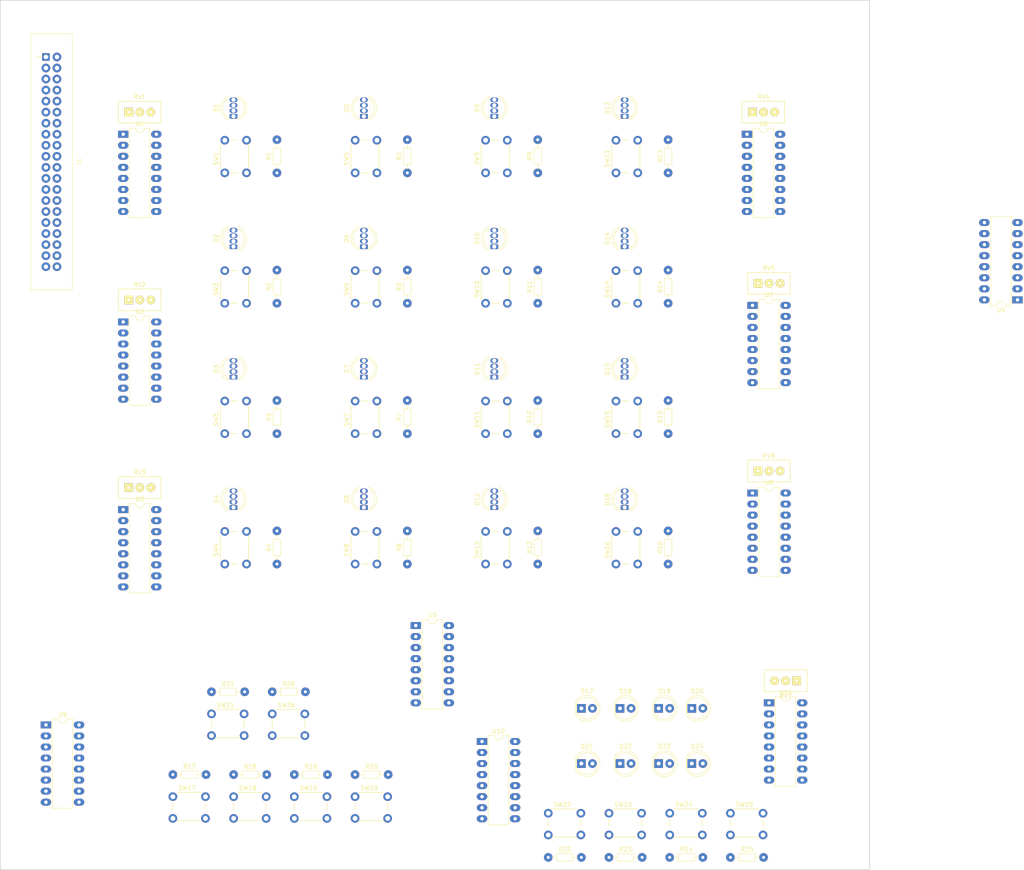
<source format=kicad_pcb>
(kicad_pcb (version 4) (host pcbnew 4.0.6)
  (layers (0 F.Cu signal) (31 B.Cu signal) (34 B.Paste user) (35 F.Paste user) (36 B.SilkS user) (37 F.SilkS user) (38 B.Mask user) (39 F.Mask user) (44 Edge.Cuts user))
  (net 0 "")
  (net 1 "Net-(D1-Pad1)")
  (net 2 "Net-(D1-Pad2)")
  (net 3 "Net-(D1-Pad3)")
  (net 4 "Net-(D1-Pad4)")
  (net 5 "Net-(D2-Pad1)")
  (net 6 "Net-(D2-Pad2)")
  (net 7 "Net-(D2-Pad4)")
  (net 8 "Net-(D3-Pad1)")
  (net 9 "Net-(D3-Pad2)")
  (net 10 "Net-(D3-Pad4)")
  (net 11 "Net-(D4-Pad1)")
  (net 12 "Net-(D4-Pad2)")
  (net 13 "Net-(D4-Pad4)")
  (net 14 "Net-(D5-Pad1)")
  (net 15 "Net-(D5-Pad2)")
  (net 16 "Net-(D5-Pad4)")
  (net 17 "Net-(D6-Pad1)")
  (net 18 "Net-(D6-Pad2)")
  (net 19 "Net-(D6-Pad4)")
  (net 20 "Net-(D7-Pad1)")
  (net 21 "Net-(D7-Pad2)")
  (net 22 "Net-(D7-Pad4)")
  (net 23 "Net-(D8-Pad1)")
  (net 24 "Net-(D8-Pad2)")
  (net 25 "Net-(D8-Pad4)")
  (net 26 "Net-(D9-Pad1)")
  (net 27 "Net-(D9-Pad2)")
  (net 28 "Net-(D9-Pad4)")
  (net 29 "Net-(D10-Pad1)")
  (net 30 "Net-(D10-Pad2)")
  (net 31 "Net-(D10-Pad4)")
  (net 32 "Net-(D11-Pad1)")
  (net 33 "Net-(D11-Pad2)")
  (net 34 "Net-(D11-Pad4)")
  (net 35 "Net-(D12-Pad1)")
  (net 36 "Net-(D12-Pad2)")
  (net 37 "Net-(D12-Pad4)")
  (net 38 "Net-(D13-Pad1)")
  (net 39 "Net-(D13-Pad2)")
  (net 40 "Net-(D13-Pad4)")
  (net 41 "Net-(D14-Pad1)")
  (net 42 "Net-(D14-Pad2)")
  (net 43 "Net-(D14-Pad4)")
  (net 44 "Net-(D15-Pad1)")
  (net 45 "Net-(D15-Pad2)")
  (net 46 "Net-(D15-Pad4)")
  (net 47 "Net-(D16-Pad1)")
  (net 48 "Net-(D16-Pad2)")
  (net 49 "Net-(D16-Pad4)")
  (net 50 "Net-(D17-Pad1)")
  (net 51 "Net-(D18-Pad1)")
  (net 52 "Net-(D19-Pad1)")
  (net 53 "Net-(D20-Pad1)")
  (net 54 "Net-(D21-Pad1)")
  (net 55 "Net-(D22-Pad1)")
  (net 56 "Net-(D23-Pad1)")
  (net 57 "Net-(D24-Pad1)")
  (net 58 "Net-(J1-Pad2)")
  (net 59 "Net-(J1-Pad3)")
  (net 60 "Net-(J1-Pad4)")
  (net 61 "Net-(J1-Pad5)")
  (net 62 GND)
  (net 63 "Net-(J1-Pad7)")
  (net 64 "Net-(J1-Pad8)")
  (net 65 "Net-(J1-Pad9)")
  (net 66 "Net-(J1-Pad10)")
  (net 67 "Net-(J1-Pad11)")
  (net 68 "Net-(J1-Pad12)")
  (net 69 "Net-(J1-Pad13)")
  (net 70 "Net-(J1-Pad14)")
  (net 71 "Net-(J1-Pad15)")
  (net 72 "Net-(J1-Pad16)")
  (net 73 "Net-(J1-Pad17)")
  (net 74 "Net-(J1-Pad18)")
  (net 75 "Net-(J1-Pad19)")
  (net 76 "Net-(J1-Pad20)")
  (net 77 "Net-(J1-Pad21)")
  (net 78 "Net-(J1-Pad22)")
  (net 79 "Net-(J1-Pad23)")
  (net 80 "Net-(J1-Pad24)")
  (net 81 "Net-(J1-Pad25)")
  (net 82 "Net-(J1-Pad26)")
  (net 83 "Net-(J1-Pad27)")
  (net 84 "Net-(J1-Pad28)")
  (net 85 "Net-(J1-Pad29)")
  (net 86 "Net-(J1-Pad30)")
  (net 87 "Net-(J1-Pad31)")
  (net 88 "Net-(J1-Pad32)")
  (net 89 "Net-(J1-Pad33)")
  (net 90 "Net-(J1-Pad34)")
  (net 91 "Net-(J1-Pad35)")
  (net 92 "Net-(J1-Pad36)")
  (net 93 "Net-(J1-Pad37)")
  (net 94 "Net-(J1-Pad38)")
  (net 95 "Net-(J1-Pad39)")
  (net 96 "Net-(J1-Pad40)")
  (net 97 "Net-(R1-Pad1)")
  (net 98 "Net-(R2-Pad1)")
  (net 99 "Net-(R3-Pad1)")
  (net 100 "Net-(R4-Pad1)")
  (net 101 "Net-(R5-Pad1)")
  (net 102 "Net-(R6-Pad1)")
  (net 103 "Net-(R7-Pad1)")
  (net 104 "Net-(R8-Pad1)")
  (net 105 "Net-(R9-Pad1)")
  (net 106 "Net-(R10-Pad1)")
  (net 107 "Net-(R11-Pad1)")
  (net 108 "Net-(R12-Pad1)")
  (net 109 "Net-(R13-Pad1)")
  (net 110 "Net-(R14-Pad1)")
  (net 111 "Net-(R15-Pad1)")
  (net 112 "Net-(R16-Pad1)")
  (net 113 "Net-(R17-Pad1)")
  (net 114 "Net-(R18-Pad1)")
  (net 115 "Net-(R19-Pad1)")
  (net 116 "Net-(R20-Pad1)")
  (net 117 "Net-(R21-Pad1)")
  (net 118 "Net-(R22-Pad1)")
  (net 119 "Net-(R23-Pad1)")
  (net 120 "Net-(R24-Pad1)")
  (net 121 "Net-(R25-Pad1)")
  (net 122 "Net-(R26-Pad1)")
  (net 123 "Net-(RV1-Pad3)")
  (net 124 "Net-(RV2-Pad3)")
  (net 125 "Net-(RV3-Pad3)")
  (net 126 "Net-(RV4-Pad3)")
  (net 127 "Net-(RV5-Pad3)")
  (net 128 "Net-(RV6-Pad3)")
  (net 129 "Net-(RV7-Pad3)")
  (net 130 "Net-(U1-Pad14)")
  (net 131 "Net-(U2-Pad14)")
  (net 132 "Net-(U11-Pad2)")
  (net 133 "Net-(U4-Pad9)")
  (net 134 "Net-(U4-Pad7)")
  (net 135 "Net-(U10-Pad10)")
  (net 136 "Net-(U5-Pad7)")
  (net 137 "Net-(U6-Pad2)")
  (net 138 "Net-(U6-Pad14)")
  (net 139 "Net-(U7-Pad2)")
  (net 140 "Net-(U11-Pad14)")
  (net 141 "Net-(U10-Pad9)")
  (net 142 "Net-(U9-Pad3)")
  (net 143 "Net-(U9-Pad11)")
  (net 144 "Net-(U9-Pad4)")
  (net 145 "Net-(U9-Pad12)")
  (net 146 "Net-(U9-Pad13)")
  (net 147 "Net-(U9-Pad14)")
  (net 148 "Net-(U9-Pad7)")
  (net 149 "Net-(U10-Pad7)")
  (module piquantum-footprints:LED_D5.0mm-4 (layer F.Cu) (at 113 67 90)
    (fp_text reference D1 (at 1.905 -3.96 90) (layer F.SilkS))
    (fp_text value LED_RABG)
    (pad 1 thru_hole rect (at 0 0 90) (size 1.07 1.8) (drill 0.9) (layers *.Cu *.Mask) (net 1 "Net-(D1-Pad1)"))
    (pad 2 thru_hole oval (at 1.27 0 90) (size 1.07 1.8) (drill 0.9) (layers *.Cu *.Mask) (net 2 "Net-(D1-Pad2)"))
    (pad 3 thru_hole oval (at 2.54 0 90) (size 1.07 1.8) (drill 0.9) (layers *.Cu *.Mask) (net 3 "Net-(D1-Pad3)"))
    (pad 4 thru_hole oval (at 3.81 0 90) (size 1.07 1.8) (drill 0.9) (layers *.Cu *.Mask) (net 4 "Net-(D1-Pad4)"))
  )
  (module piquantum-footprints:LED_D5.0mm-4 (layer F.Cu) (at 113 97 90)
    (fp_text reference D2 (at 1.905 -3.96 90) (layer F.SilkS))
    (fp_text value LED_RABG)
    (pad 1 thru_hole rect (at 0 0 90) (size 1.07 1.8) (drill 0.9) (layers *.Cu *.Mask) (net 5 "Net-(D2-Pad1)"))
    (pad 2 thru_hole oval (at 1.27 0 90) (size 1.07 1.8) (drill 0.9) (layers *.Cu *.Mask) (net 6 "Net-(D2-Pad2)"))
    (pad 3 thru_hole oval (at 2.54 0 90) (size 1.07 1.8) (drill 0.9) (layers *.Cu *.Mask) (net 3 "Net-(D1-Pad3)"))
    (pad 4 thru_hole oval (at 3.81 0 90) (size 1.07 1.8) (drill 0.9) (layers *.Cu *.Mask) (net 7 "Net-(D2-Pad4)"))
  )
  (module piquantum-footprints:LED_D5.0mm-4 (layer F.Cu) (at 113 127 90)
    (fp_text reference D3 (at 1.905 -3.96 90) (layer F.SilkS))
    (fp_text value LED_RABG)
    (pad 1 thru_hole rect (at 0 0 90) (size 1.07 1.8) (drill 0.9) (layers *.Cu *.Mask) (net 8 "Net-(D3-Pad1)"))
    (pad 2 thru_hole oval (at 1.27 0 90) (size 1.07 1.8) (drill 0.9) (layers *.Cu *.Mask) (net 9 "Net-(D3-Pad2)"))
    (pad 3 thru_hole oval (at 2.54 0 90) (size 1.07 1.8) (drill 0.9) (layers *.Cu *.Mask) (net 3 "Net-(D1-Pad3)"))
    (pad 4 thru_hole oval (at 3.81 0 90) (size 1.07 1.8) (drill 0.9) (layers *.Cu *.Mask) (net 10 "Net-(D3-Pad4)"))
  )
  (module piquantum-footprints:LED_D5.0mm-4 (layer F.Cu) (at 113 157 90)
    (fp_text reference D4 (at 1.905 -3.96 90) (layer F.SilkS))
    (fp_text value LED_RABG)
    (pad 1 thru_hole rect (at 0 0 90) (size 1.07 1.8) (drill 0.9) (layers *.Cu *.Mask) (net 11 "Net-(D4-Pad1)"))
    (pad 2 thru_hole oval (at 1.27 0 90) (size 1.07 1.8) (drill 0.9) (layers *.Cu *.Mask) (net 12 "Net-(D4-Pad2)"))
    (pad 3 thru_hole oval (at 2.54 0 90) (size 1.07 1.8) (drill 0.9) (layers *.Cu *.Mask) (net 3 "Net-(D1-Pad3)"))
    (pad 4 thru_hole oval (at 3.81 0 90) (size 1.07 1.8) (drill 0.9) (layers *.Cu *.Mask) (net 13 "Net-(D4-Pad4)"))
  )
  (module piquantum-footprints:LED_D5.0mm-4 (layer F.Cu) (at 143 67 90)
    (fp_text reference D5 (at 1.905 -3.96 90) (layer F.SilkS))
    (fp_text value LED_RABG)
    (pad 1 thru_hole rect (at 0 0 90) (size 1.07 1.8) (drill 0.9) (layers *.Cu *.Mask) (net 14 "Net-(D5-Pad1)"))
    (pad 2 thru_hole oval (at 1.27 0 90) (size 1.07 1.8) (drill 0.9) (layers *.Cu *.Mask) (net 15 "Net-(D5-Pad2)"))
    (pad 3 thru_hole oval (at 2.54 0 90) (size 1.07 1.8) (drill 0.9) (layers *.Cu *.Mask) (net 3 "Net-(D1-Pad3)"))
    (pad 4 thru_hole oval (at 3.81 0 90) (size 1.07 1.8) (drill 0.9) (layers *.Cu *.Mask) (net 16 "Net-(D5-Pad4)"))
  )
  (module piquantum-footprints:LED_D5.0mm-4 (layer F.Cu) (at 143 97 90)
    (fp_text reference D6 (at 1.905 -3.96 90) (layer F.SilkS))
    (fp_text value LED_RABG)
    (pad 1 thru_hole rect (at 0 0 90) (size 1.07 1.8) (drill 0.9) (layers *.Cu *.Mask) (net 17 "Net-(D6-Pad1)"))
    (pad 2 thru_hole oval (at 1.27 0 90) (size 1.07 1.8) (drill 0.9) (layers *.Cu *.Mask) (net 18 "Net-(D6-Pad2)"))
    (pad 3 thru_hole oval (at 2.54 0 90) (size 1.07 1.8) (drill 0.9) (layers *.Cu *.Mask) (net 3 "Net-(D1-Pad3)"))
    (pad 4 thru_hole oval (at 3.81 0 90) (size 1.07 1.8) (drill 0.9) (layers *.Cu *.Mask) (net 19 "Net-(D6-Pad4)"))
  )
  (module piquantum-footprints:LED_D5.0mm-4 (layer F.Cu) (at 143 127 90)
    (fp_text reference D7 (at 1.905 -3.96 90) (layer F.SilkS))
    (fp_text value LED_RABG)
    (pad 1 thru_hole rect (at 0 0 90) (size 1.07 1.8) (drill 0.9) (layers *.Cu *.Mask) (net 20 "Net-(D7-Pad1)"))
    (pad 2 thru_hole oval (at 1.27 0 90) (size 1.07 1.8) (drill 0.9) (layers *.Cu *.Mask) (net 21 "Net-(D7-Pad2)"))
    (pad 3 thru_hole oval (at 2.54 0 90) (size 1.07 1.8) (drill 0.9) (layers *.Cu *.Mask) (net 3 "Net-(D1-Pad3)"))
    (pad 4 thru_hole oval (at 3.81 0 90) (size 1.07 1.8) (drill 0.9) (layers *.Cu *.Mask) (net 22 "Net-(D7-Pad4)"))
  )
  (module piquantum-footprints:LED_D5.0mm-4 (layer F.Cu) (at 143 157 90)
    (fp_text reference D8 (at 1.905 -3.96 90) (layer F.SilkS))
    (fp_text value LED_RABG)
    (pad 1 thru_hole rect (at 0 0 90) (size 1.07 1.8) (drill 0.9) (layers *.Cu *.Mask) (net 23 "Net-(D8-Pad1)"))
    (pad 2 thru_hole oval (at 1.27 0 90) (size 1.07 1.8) (drill 0.9) (layers *.Cu *.Mask) (net 24 "Net-(D8-Pad2)"))
    (pad 3 thru_hole oval (at 2.54 0 90) (size 1.07 1.8) (drill 0.9) (layers *.Cu *.Mask) (net 3 "Net-(D1-Pad3)"))
    (pad 4 thru_hole oval (at 3.81 0 90) (size 1.07 1.8) (drill 0.9) (layers *.Cu *.Mask) (net 25 "Net-(D8-Pad4)"))
  )
  (module piquantum-footprints:LED_D5.0mm-4 (layer F.Cu) (at 173 67 90)
    (fp_text reference D9 (at 1.905 -3.96 90) (layer F.SilkS))
    (fp_text value LED_RABG)
    (pad 1 thru_hole rect (at 0 0 90) (size 1.07 1.8) (drill 0.9) (layers *.Cu *.Mask) (net 26 "Net-(D9-Pad1)"))
    (pad 2 thru_hole oval (at 1.27 0 90) (size 1.07 1.8) (drill 0.9) (layers *.Cu *.Mask) (net 27 "Net-(D9-Pad2)"))
    (pad 3 thru_hole oval (at 2.54 0 90) (size 1.07 1.8) (drill 0.9) (layers *.Cu *.Mask) (net 3 "Net-(D1-Pad3)"))
    (pad 4 thru_hole oval (at 3.81 0 90) (size 1.07 1.8) (drill 0.9) (layers *.Cu *.Mask) (net 28 "Net-(D9-Pad4)"))
  )
  (module piquantum-footprints:LED_D5.0mm-4 (layer F.Cu) (at 173 97 90)
    (fp_text reference D10 (at 1.905 -3.96 90) (layer F.SilkS))
    (fp_text value LED_RABG)
    (pad 1 thru_hole rect (at 0 0 90) (size 1.07 1.8) (drill 0.9) (layers *.Cu *.Mask) (net 29 "Net-(D10-Pad1)"))
    (pad 2 thru_hole oval (at 1.27 0 90) (size 1.07 1.8) (drill 0.9) (layers *.Cu *.Mask) (net 30 "Net-(D10-Pad2)"))
    (pad 3 thru_hole oval (at 2.54 0 90) (size 1.07 1.8) (drill 0.9) (layers *.Cu *.Mask) (net 3 "Net-(D1-Pad3)"))
    (pad 4 thru_hole oval (at 3.81 0 90) (size 1.07 1.8) (drill 0.9) (layers *.Cu *.Mask) (net 31 "Net-(D10-Pad4)"))
  )
  (module piquantum-footprints:LED_D5.0mm-4 (layer F.Cu) (at 173 127 90)
    (fp_text reference D11 (at 1.905 -3.96 90) (layer F.SilkS))
    (fp_text value LED_RABG)
    (pad 1 thru_hole rect (at 0 0 90) (size 1.07 1.8) (drill 0.9) (layers *.Cu *.Mask) (net 32 "Net-(D11-Pad1)"))
    (pad 2 thru_hole oval (at 1.27 0 90) (size 1.07 1.8) (drill 0.9) (layers *.Cu *.Mask) (net 33 "Net-(D11-Pad2)"))
    (pad 3 thru_hole oval (at 2.54 0 90) (size 1.07 1.8) (drill 0.9) (layers *.Cu *.Mask) (net 3 "Net-(D1-Pad3)"))
    (pad 4 thru_hole oval (at 3.81 0 90) (size 1.07 1.8) (drill 0.9) (layers *.Cu *.Mask) (net 34 "Net-(D11-Pad4)"))
  )
  (module piquantum-footprints:LED_D5.0mm-4 (layer F.Cu) (at 173 157 90)
    (fp_text reference D12 (at 1.905 -3.96 90) (layer F.SilkS))
    (fp_text value LED_RABG)
    (pad 1 thru_hole rect (at 0 0 90) (size 1.07 1.8) (drill 0.9) (layers *.Cu *.Mask) (net 35 "Net-(D12-Pad1)"))
    (pad 2 thru_hole oval (at 1.27 0 90) (size 1.07 1.8) (drill 0.9) (layers *.Cu *.Mask) (net 36 "Net-(D12-Pad2)"))
    (pad 3 thru_hole oval (at 2.54 0 90) (size 1.07 1.8) (drill 0.9) (layers *.Cu *.Mask) (net 3 "Net-(D1-Pad3)"))
    (pad 4 thru_hole oval (at 3.81 0 90) (size 1.07 1.8) (drill 0.9) (layers *.Cu *.Mask) (net 37 "Net-(D12-Pad4)"))
  )
  (module piquantum-footprints:LED_D5.0mm-4 (layer F.Cu) (at 203 67 90)
    (fp_text reference D13 (at 1.905 -3.96 90) (layer F.SilkS))
    (fp_text value LED_RABG)
    (pad 1 thru_hole rect (at 0 0 90) (size 1.07 1.8) (drill 0.9) (layers *.Cu *.Mask) (net 38 "Net-(D13-Pad1)"))
    (pad 2 thru_hole oval (at 1.27 0 90) (size 1.07 1.8) (drill 0.9) (layers *.Cu *.Mask) (net 39 "Net-(D13-Pad2)"))
    (pad 3 thru_hole oval (at 2.54 0 90) (size 1.07 1.8) (drill 0.9) (layers *.Cu *.Mask) (net 3 "Net-(D1-Pad3)"))
    (pad 4 thru_hole oval (at 3.81 0 90) (size 1.07 1.8) (drill 0.9) (layers *.Cu *.Mask) (net 40 "Net-(D13-Pad4)"))
  )
  (module piquantum-footprints:LED_D5.0mm-4 (layer F.Cu) (at 203 97 90)
    (fp_text reference D14 (at 1.905 -3.96 90) (layer F.SilkS))
    (fp_text value LED_RABG)
    (pad 1 thru_hole rect (at 0 0 90) (size 1.07 1.8) (drill 0.9) (layers *.Cu *.Mask) (net 41 "Net-(D14-Pad1)"))
    (pad 2 thru_hole oval (at 1.27 0 90) (size 1.07 1.8) (drill 0.9) (layers *.Cu *.Mask) (net 42 "Net-(D14-Pad2)"))
    (pad 3 thru_hole oval (at 2.54 0 90) (size 1.07 1.8) (drill 0.9) (layers *.Cu *.Mask) (net 3 "Net-(D1-Pad3)"))
    (pad 4 thru_hole oval (at 3.81 0 90) (size 1.07 1.8) (drill 0.9) (layers *.Cu *.Mask) (net 43 "Net-(D14-Pad4)"))
  )
  (module piquantum-footprints:LED_D5.0mm-4 (layer F.Cu) (at 203 127 90)
    (fp_text reference D15 (at 1.905 -3.96 90) (layer F.SilkS))
    (fp_text value LED_RABG)
    (pad 1 thru_hole rect (at 0 0 90) (size 1.07 1.8) (drill 0.9) (layers *.Cu *.Mask) (net 44 "Net-(D15-Pad1)"))
    (pad 2 thru_hole oval (at 1.27 0 90) (size 1.07 1.8) (drill 0.9) (layers *.Cu *.Mask) (net 45 "Net-(D15-Pad2)"))
    (pad 3 thru_hole oval (at 2.54 0 90) (size 1.07 1.8) (drill 0.9) (layers *.Cu *.Mask) (net 3 "Net-(D1-Pad3)"))
    (pad 4 thru_hole oval (at 3.81 0 90) (size 1.07 1.8) (drill 0.9) (layers *.Cu *.Mask) (net 46 "Net-(D15-Pad4)"))
  )
  (module piquantum-footprints:LED_D5.0mm-4 (layer F.Cu) (at 203 157 90)
    (fp_text reference D16 (at 1.905 -3.96 90) (layer F.SilkS))
    (fp_text value LED_RABG)
    (pad 1 thru_hole rect (at 0 0 90) (size 1.07 1.8) (drill 0.9) (layers *.Cu *.Mask) (net 47 "Net-(D16-Pad1)"))
    (pad 2 thru_hole oval (at 1.27 0 90) (size 1.07 1.8) (drill 0.9) (layers *.Cu *.Mask) (net 48 "Net-(D16-Pad2)"))
    (pad 3 thru_hole oval (at 2.54 0 90) (size 1.07 1.8) (drill 0.9) (layers *.Cu *.Mask) (net 3 "Net-(D1-Pad3)"))
    (pad 4 thru_hole oval (at 3.81 0 90) (size 1.07 1.8) (drill 0.9) (layers *.Cu *.Mask) (net 49 "Net-(D16-Pad4)"))
  )
  (module piquantum-footprints:LED_D5.0mm (layer F.Cu) (at 193.04 203.2)
    (fp_text reference D17 (at 1.27 -3.96) (layer F.SilkS))
    (fp_text value LED)
    (pad 1 thru_hole rect (at 0 0) (size 2 2) (drill 0.9) (layers *.Cu *.Mask) (net 50 "Net-(D17-Pad1)"))
    (pad 2 thru_hole circle (at 2.54 0) (size 2 2) (drill 0.9) (layers *.Cu *.Mask) (net 3 "Net-(D1-Pad3)"))
  )
  (module piquantum-footprints:LED_D5.0mm (layer F.Cu) (at 201.93 203.2)
    (fp_text reference D18 (at 1.27 -3.96) (layer F.SilkS))
    (fp_text value LED)
    (pad 1 thru_hole rect (at 0 0) (size 2 2) (drill 0.9) (layers *.Cu *.Mask) (net 51 "Net-(D18-Pad1)"))
    (pad 2 thru_hole circle (at 2.54 0) (size 2 2) (drill 0.9) (layers *.Cu *.Mask) (net 3 "Net-(D1-Pad3)"))
  )
  (module piquantum-footprints:LED_D5.0mm (layer F.Cu) (at 210.82 203.2)
    (fp_text reference D19 (at 1.27 -3.96) (layer F.SilkS))
    (fp_text value LED)
    (pad 1 thru_hole rect (at 0 0) (size 2 2) (drill 0.9) (layers *.Cu *.Mask) (net 52 "Net-(D19-Pad1)"))
    (pad 2 thru_hole circle (at 2.54 0) (size 2 2) (drill 0.9) (layers *.Cu *.Mask) (net 3 "Net-(D1-Pad3)"))
  )
  (module piquantum-footprints:LED_D5.0mm (layer F.Cu) (at 218.44 203.2)
    (fp_text reference D20 (at 1.27 -3.96) (layer F.SilkS))
    (fp_text value LED)
    (pad 1 thru_hole rect (at 0 0) (size 2 2) (drill 0.9) (layers *.Cu *.Mask) (net 53 "Net-(D20-Pad1)"))
    (pad 2 thru_hole circle (at 2.54 0) (size 2 2) (drill 0.9) (layers *.Cu *.Mask) (net 3 "Net-(D1-Pad3)"))
  )
  (module piquantum-footprints:LED_D5.0mm (layer F.Cu) (at 193.04 215.9)
    (fp_text reference D21 (at 1.27 -3.96) (layer F.SilkS))
    (fp_text value LED)
    (pad 1 thru_hole rect (at 0 0) (size 2 2) (drill 0.9) (layers *.Cu *.Mask) (net 54 "Net-(D21-Pad1)"))
    (pad 2 thru_hole circle (at 2.54 0) (size 2 2) (drill 0.9) (layers *.Cu *.Mask) (net 3 "Net-(D1-Pad3)"))
  )
  (module piquantum-footprints:LED_D5.0mm (layer F.Cu) (at 201.93 215.9)
    (fp_text reference D22 (at 1.27 -3.96) (layer F.SilkS))
    (fp_text value LED)
    (pad 1 thru_hole rect (at 0 0) (size 2 2) (drill 0.9) (layers *.Cu *.Mask) (net 55 "Net-(D22-Pad1)"))
    (pad 2 thru_hole circle (at 2.54 0) (size 2 2) (drill 0.9) (layers *.Cu *.Mask) (net 3 "Net-(D1-Pad3)"))
  )
  (module piquantum-footprints:LED_D5.0mm (layer F.Cu) (at 210.82 215.9)
    (fp_text reference D23 (at 1.27 -3.96) (layer F.SilkS))
    (fp_text value LED)
    (pad 1 thru_hole rect (at 0 0) (size 2 2) (drill 0.9) (layers *.Cu *.Mask) (net 56 "Net-(D23-Pad1)"))
    (pad 2 thru_hole circle (at 2.54 0) (size 2 2) (drill 0.9) (layers *.Cu *.Mask) (net 3 "Net-(D1-Pad3)"))
  )
  (module piquantum-footprints:LED_D5.0mm (layer F.Cu) (at 218.44 215.9)
    (fp_text reference D24 (at 1.27 -3.96) (layer F.SilkS))
    (fp_text value LED)
    (pad 1 thru_hole rect (at 0 0) (size 2 2) (drill 0.9) (layers *.Cu *.Mask) (net 57 "Net-(D24-Pad1)"))
    (pad 2 thru_hole circle (at 2.54 0) (size 2 2) (drill 0.9) (layers *.Cu *.Mask) (net 3 "Net-(D1-Pad3)"))
  )
  (module piquantum-footprints:IDC_Header_Straight_40pins (layer F.Cu) (at 69.85 53.34 270)
    (fp_text reference J1 (at 24.13 -7.62 270) (layer F.SilkS))
    (fp_text value CONN_02X20)
    (fp_text user 1 (at 0.02 1.72 270) (layer F.SilkS) (effects (font (thickness 0.12))))
    (pad 1 thru_hole rect (at 0 0 270) (size 1.7272 1.7272) (drill 1.016) (layers *.Cu *.Mask) (net 3 "Net-(D1-Pad3)"))
    (pad 2 thru_hole oval (at 0 -2.54 270) (size 2 2) (drill 1.016) (layers *.Cu *.Mask) (net 58 "Net-(J1-Pad2)"))
    (pad 3 thru_hole oval (at 2.54 0 270) (size 2 2) (drill 1.016) (layers *.Cu *.Mask) (net 59 "Net-(J1-Pad3)"))
    (pad 4 thru_hole oval (at 2.54 -2.54 270) (size 2 2) (drill 1.016) (layers *.Cu *.Mask) (net 60 "Net-(J1-Pad4)"))
    (pad 5 thru_hole oval (at 5.08 0 270) (size 2 2) (drill 1.016) (layers *.Cu *.Mask) (net 61 "Net-(J1-Pad5)"))
    (pad 6 thru_hole oval (at 5.08 -2.54 270) (size 2 2) (drill 1.016) (layers *.Cu *.Mask) (net 62 GND))
    (pad 7 thru_hole oval (at 7.62 0 270) (size 2 2) (drill 1.016) (layers *.Cu *.Mask) (net 63 "Net-(J1-Pad7)"))
    (pad 8 thru_hole oval (at 7.62 -2.54 270) (size 2 2) (drill 1.016) (layers *.Cu *.Mask) (net 64 "Net-(J1-Pad8)"))
    (pad 9 thru_hole oval (at 10.16 0 270) (size 2 2) (drill 1.016) (layers *.Cu *.Mask) (net 65 "Net-(J1-Pad9)"))
    (pad 10 thru_hole oval (at 10.16 -2.54 270) (size 2 2) (drill 1.016) (layers *.Cu *.Mask) (net 66 "Net-(J1-Pad10)"))
    (pad 11 thru_hole oval (at 12.7 0 270) (size 2 2) (drill 1.016) (layers *.Cu *.Mask) (net 67 "Net-(J1-Pad11)"))
    (pad 12 thru_hole oval (at 12.7 -2.54 270) (size 2 2) (drill 1.016) (layers *.Cu *.Mask) (net 68 "Net-(J1-Pad12)"))
    (pad 13 thru_hole oval (at 15.24 0 270) (size 2 2) (drill 1.016) (layers *.Cu *.Mask) (net 69 "Net-(J1-Pad13)"))
    (pad 14 thru_hole oval (at 15.24 -2.54 270) (size 2 2) (drill 1.016) (layers *.Cu *.Mask) (net 70 "Net-(J1-Pad14)"))
    (pad 15 thru_hole oval (at 17.78 0 270) (size 2 2) (drill 1.016) (layers *.Cu *.Mask) (net 71 "Net-(J1-Pad15)"))
    (pad 16 thru_hole oval (at 17.78 -2.54 270) (size 2 2) (drill 1.016) (layers *.Cu *.Mask) (net 72 "Net-(J1-Pad16)"))
    (pad 17 thru_hole oval (at 20.32 0 270) (size 2 2) (drill 1.016) (layers *.Cu *.Mask) (net 73 "Net-(J1-Pad17)"))
    (pad 18 thru_hole oval (at 20.32 -2.54 270) (size 2 2) (drill 1.016) (layers *.Cu *.Mask) (net 74 "Net-(J1-Pad18)"))
    (pad 19 thru_hole oval (at 22.86 0 270) (size 2 2) (drill 1.016) (layers *.Cu *.Mask) (net 75 "Net-(J1-Pad19)"))
    (pad 20 thru_hole oval (at 22.86 -2.54 270) (size 2 2) (drill 1.016) (layers *.Cu *.Mask) (net 76 "Net-(J1-Pad20)"))
    (pad 21 thru_hole oval (at 25.4 0 270) (size 2 2) (drill 1.016) (layers *.Cu *.Mask) (net 77 "Net-(J1-Pad21)"))
    (pad 22 thru_hole oval (at 25.4 -2.54 270) (size 2 2) (drill 1.016) (layers *.Cu *.Mask) (net 78 "Net-(J1-Pad22)"))
    (pad 23 thru_hole oval (at 27.94 0 270) (size 2 2) (drill 1.016) (layers *.Cu *.Mask) (net 79 "Net-(J1-Pad23)"))
    (pad 24 thru_hole oval (at 27.94 -2.54 270) (size 2 2) (drill 1.016) (layers *.Cu *.Mask) (net 80 "Net-(J1-Pad24)"))
    (pad 25 thru_hole oval (at 30.48 0 270) (size 2 2) (drill 1.016) (layers *.Cu *.Mask) (net 81 "Net-(J1-Pad25)"))
    (pad 26 thru_hole oval (at 30.48 -2.54 270) (size 2 2) (drill 1.016) (layers *.Cu *.Mask) (net 82 "Net-(J1-Pad26)"))
    (pad 27 thru_hole oval (at 33.02 0 270) (size 2 2) (drill 1.016) (layers *.Cu *.Mask) (net 83 "Net-(J1-Pad27)"))
    (pad 28 thru_hole oval (at 33.02 -2.54 270) (size 2 2) (drill 1.016) (layers *.Cu *.Mask) (net 84 "Net-(J1-Pad28)"))
    (pad 29 thru_hole oval (at 35.56 0 270) (size 2 2) (drill 1.016) (layers *.Cu *.Mask) (net 85 "Net-(J1-Pad29)"))
    (pad 30 thru_hole oval (at 35.56 -2.54 270) (size 2 2) (drill 1.016) (layers *.Cu *.Mask) (net 86 "Net-(J1-Pad30)"))
    (pad 31 thru_hole oval (at 38.1 0 270) (size 2 2) (drill 1.016) (layers *.Cu *.Mask) (net 87 "Net-(J1-Pad31)"))
    (pad 32 thru_hole oval (at 38.1 -2.54 270) (size 2 2) (drill 1.016) (layers *.Cu *.Mask) (net 88 "Net-(J1-Pad32)"))
    (pad 33 thru_hole oval (at 40.64 0 270) (size 2 2) (drill 1.016) (layers *.Cu *.Mask) (net 89 "Net-(J1-Pad33)"))
    (pad 34 thru_hole oval (at 40.64 -2.54 270) (size 2 2) (drill 1.016) (layers *.Cu *.Mask) (net 90 "Net-(J1-Pad34)"))
    (pad 35 thru_hole oval (at 43.18 0 270) (size 2 2) (drill 1.016) (layers *.Cu *.Mask) (net 91 "Net-(J1-Pad35)"))
    (pad 36 thru_hole oval (at 43.18 -2.54 270) (size 2 2) (drill 1.016) (layers *.Cu *.Mask) (net 92 "Net-(J1-Pad36)"))
    (pad 37 thru_hole oval (at 45.72 0 270) (size 2 2) (drill 1.016) (layers *.Cu *.Mask) (net 93 "Net-(J1-Pad37)"))
    (pad 38 thru_hole oval (at 45.72 -2.54 270) (size 2 2) (drill 1.016) (layers *.Cu *.Mask) (net 94 "Net-(J1-Pad38)"))
    (pad 39 thru_hole oval (at 48.26 0 270) (size 2 2) (drill 1.016) (layers *.Cu *.Mask) (net 95 "Net-(J1-Pad39)"))
    (pad 40 thru_hole oval (at 48.26 -2.54 270) (size 2 2) (drill 1.016) (layers *.Cu *.Mask) (net 96 "Net-(J1-Pad40)"))
  )
  (module piquantum-footprints:R_Axial_DIN0204_L3.6mm_D1.6mm_P7.62mm_Horizontal (layer F.Cu) (at 123 80 90)
    (fp_text reference R1 (at 3.81 -1.86 90) (layer F.SilkS))
    (fp_text value 2k7)
    (pad 1 thru_hole circle (at 0 0 90) (size 2 2) (drill 0.7) (layers *.Cu *.Mask) (net 97 "Net-(R1-Pad1)"))
    (pad 2 thru_hole oval (at 7.62 0 90) (size 2 2) (drill 0.7) (layers *.Cu *.Mask) (net 62 GND))
  )
  (module piquantum-footprints:R_Axial_DIN0204_L3.6mm_D1.6mm_P7.62mm_Horizontal (layer F.Cu) (at 123 110 90)
    (fp_text reference R2 (at 3.81 -1.86 90) (layer F.SilkS))
    (fp_text value 2k7)
    (pad 1 thru_hole circle (at 0 0 90) (size 2 2) (drill 0.7) (layers *.Cu *.Mask) (net 98 "Net-(R2-Pad1)"))
    (pad 2 thru_hole oval (at 7.62 0 90) (size 2 2) (drill 0.7) (layers *.Cu *.Mask) (net 62 GND))
  )
  (module piquantum-footprints:R_Axial_DIN0204_L3.6mm_D1.6mm_P7.62mm_Horizontal (layer F.Cu) (at 123 140 90)
    (fp_text reference R3 (at 3.81 -1.86 90) (layer F.SilkS))
    (fp_text value 2k7)
    (pad 1 thru_hole circle (at 0 0 90) (size 2 2) (drill 0.7) (layers *.Cu *.Mask) (net 99 "Net-(R3-Pad1)"))
    (pad 2 thru_hole oval (at 7.62 0 90) (size 2 2) (drill 0.7) (layers *.Cu *.Mask) (net 62 GND))
  )
  (module piquantum-footprints:R_Axial_DIN0204_L3.6mm_D1.6mm_P7.62mm_Horizontal (layer F.Cu) (at 123 170 90)
    (fp_text reference R4 (at 3.81 -1.86 90) (layer F.SilkS))
    (fp_text value 2k7)
    (pad 1 thru_hole circle (at 0 0 90) (size 2 2) (drill 0.7) (layers *.Cu *.Mask) (net 100 "Net-(R4-Pad1)"))
    (pad 2 thru_hole oval (at 7.62 0 90) (size 2 2) (drill 0.7) (layers *.Cu *.Mask) (net 62 GND))
  )
  (module piquantum-footprints:R_Axial_DIN0204_L3.6mm_D1.6mm_P7.62mm_Horizontal (layer F.Cu) (at 153 80 90)
    (fp_text reference R5 (at 3.81 -1.86 90) (layer F.SilkS))
    (fp_text value 2k7)
    (pad 1 thru_hole circle (at 0 0 90) (size 2 2) (drill 0.7) (layers *.Cu *.Mask) (net 101 "Net-(R5-Pad1)"))
    (pad 2 thru_hole oval (at 7.62 0 90) (size 2 2) (drill 0.7) (layers *.Cu *.Mask) (net 62 GND))
  )
  (module piquantum-footprints:R_Axial_DIN0204_L3.6mm_D1.6mm_P7.62mm_Horizontal (layer F.Cu) (at 153 110 90)
    (fp_text reference R6 (at 3.81 -1.86 90) (layer F.SilkS))
    (fp_text value 2k7)
    (pad 1 thru_hole circle (at 0 0 90) (size 2 2) (drill 0.7) (layers *.Cu *.Mask) (net 102 "Net-(R6-Pad1)"))
    (pad 2 thru_hole oval (at 7.62 0 90) (size 2 2) (drill 0.7) (layers *.Cu *.Mask) (net 62 GND))
  )
  (module piquantum-footprints:R_Axial_DIN0204_L3.6mm_D1.6mm_P7.62mm_Horizontal (layer F.Cu) (at 153 140 90)
    (fp_text reference R7 (at 3.81 -1.86 90) (layer F.SilkS))
    (fp_text value 2k7)
    (pad 1 thru_hole circle (at 0 0 90) (size 2 2) (drill 0.7) (layers *.Cu *.Mask) (net 103 "Net-(R7-Pad1)"))
    (pad 2 thru_hole oval (at 7.62 0 90) (size 2 2) (drill 0.7) (layers *.Cu *.Mask) (net 62 GND))
  )
  (module piquantum-footprints:R_Axial_DIN0204_L3.6mm_D1.6mm_P7.62mm_Horizontal (layer F.Cu) (at 153 170 90)
    (fp_text reference R8 (at 3.81 -1.86 90) (layer F.SilkS))
    (fp_text value 2k7)
    (pad 1 thru_hole circle (at 0 0 90) (size 2 2) (drill 0.7) (layers *.Cu *.Mask) (net 104 "Net-(R8-Pad1)"))
    (pad 2 thru_hole oval (at 7.62 0 90) (size 2 2) (drill 0.7) (layers *.Cu *.Mask) (net 62 GND))
  )
  (module piquantum-footprints:R_Axial_DIN0204_L3.6mm_D1.6mm_P7.62mm_Horizontal (layer F.Cu) (at 183 80 90)
    (fp_text reference R9 (at 3.81 -1.86 90) (layer F.SilkS))
    (fp_text value 2k7)
    (pad 1 thru_hole circle (at 0 0 90) (size 2 2) (drill 0.7) (layers *.Cu *.Mask) (net 105 "Net-(R9-Pad1)"))
    (pad 2 thru_hole oval (at 7.62 0 90) (size 2 2) (drill 0.7) (layers *.Cu *.Mask) (net 62 GND))
  )
  (module piquantum-footprints:R_Axial_DIN0204_L3.6mm_D1.6mm_P7.62mm_Horizontal (layer F.Cu) (at 183 140 90)
    (fp_text reference R10 (at 3.81 -1.86 90) (layer F.SilkS))
    (fp_text value 2k7)
    (pad 1 thru_hole circle (at 0 0 90) (size 2 2) (drill 0.7) (layers *.Cu *.Mask) (net 106 "Net-(R10-Pad1)"))
    (pad 2 thru_hole oval (at 7.62 0 90) (size 2 2) (drill 0.7) (layers *.Cu *.Mask) (net 62 GND))
  )
  (module piquantum-footprints:R_Axial_DIN0204_L3.6mm_D1.6mm_P7.62mm_Horizontal (layer F.Cu) (at 183 110 90)
    (fp_text reference R11 (at 3.81 -1.86 90) (layer F.SilkS))
    (fp_text value 2k7)
    (pad 1 thru_hole circle (at 0 0 90) (size 2 2) (drill 0.7) (layers *.Cu *.Mask) (net 107 "Net-(R11-Pad1)"))
    (pad 2 thru_hole oval (at 7.62 0 90) (size 2 2) (drill 0.7) (layers *.Cu *.Mask) (net 62 GND))
  )
  (module piquantum-footprints:R_Axial_DIN0204_L3.6mm_D1.6mm_P7.62mm_Horizontal (layer F.Cu) (at 183 170 90)
    (fp_text reference R12 (at 3.81 -1.86 90) (layer F.SilkS))
    (fp_text value 2k7)
    (pad 1 thru_hole circle (at 0 0 90) (size 2 2) (drill 0.7) (layers *.Cu *.Mask) (net 108 "Net-(R12-Pad1)"))
    (pad 2 thru_hole oval (at 7.62 0 90) (size 2 2) (drill 0.7) (layers *.Cu *.Mask) (net 62 GND))
  )
  (module piquantum-footprints:R_Axial_DIN0204_L3.6mm_D1.6mm_P7.62mm_Horizontal (layer F.Cu) (at 213 80 90)
    (fp_text reference R13 (at 3.81 -1.86 90) (layer F.SilkS))
    (fp_text value 2k7)
    (pad 1 thru_hole circle (at 0 0 90) (size 2 2) (drill 0.7) (layers *.Cu *.Mask) (net 109 "Net-(R13-Pad1)"))
    (pad 2 thru_hole oval (at 7.62 0 90) (size 2 2) (drill 0.7) (layers *.Cu *.Mask) (net 62 GND))
  )
  (module piquantum-footprints:R_Axial_DIN0204_L3.6mm_D1.6mm_P7.62mm_Horizontal (layer F.Cu) (at 213 110 90)
    (fp_text reference R14 (at 3.81 -1.86 90) (layer F.SilkS))
    (fp_text value 2k7)
    (pad 1 thru_hole circle (at 0 0 90) (size 2 2) (drill 0.7) (layers *.Cu *.Mask) (net 110 "Net-(R14-Pad1)"))
    (pad 2 thru_hole oval (at 7.62 0 90) (size 2 2) (drill 0.7) (layers *.Cu *.Mask) (net 62 GND))
  )
  (module piquantum-footprints:R_Axial_DIN0204_L3.6mm_D1.6mm_P7.62mm_Horizontal (layer F.Cu) (at 213 140 90)
    (fp_text reference R15 (at 3.81 -1.86 90) (layer F.SilkS))
    (fp_text value 2k7)
    (pad 1 thru_hole circle (at 0 0 90) (size 2 2) (drill 0.7) (layers *.Cu *.Mask) (net 111 "Net-(R15-Pad1)"))
    (pad 2 thru_hole oval (at 7.62 0 90) (size 2 2) (drill 0.7) (layers *.Cu *.Mask) (net 62 GND))
  )
  (module piquantum-footprints:R_Axial_DIN0204_L3.6mm_D1.6mm_P7.62mm_Horizontal (layer F.Cu) (at 213 170 90)
    (fp_text reference R16 (at 3.81 -1.86 90) (layer F.SilkS))
    (fp_text value 2k7)
    (pad 1 thru_hole circle (at 0 0 90) (size 2 2) (drill 0.7) (layers *.Cu *.Mask) (net 112 "Net-(R16-Pad1)"))
    (pad 2 thru_hole oval (at 7.62 0 90) (size 2 2) (drill 0.7) (layers *.Cu *.Mask) (net 62 GND))
  )
  (module piquantum-footprints:R_Axial_DIN0204_L3.6mm_D1.6mm_P7.62mm_Horizontal (layer F.Cu) (at 99.06 218.44)
    (fp_text reference R17 (at 3.81 -1.86) (layer F.SilkS))
    (fp_text value 2k7)
    (pad 1 thru_hole circle (at 0 0) (size 2 2) (drill 0.7) (layers *.Cu *.Mask) (net 113 "Net-(R17-Pad1)"))
    (pad 2 thru_hole oval (at 7.62 0) (size 2 2) (drill 0.7) (layers *.Cu *.Mask) (net 62 GND))
  )
  (module piquantum-footprints:R_Axial_DIN0204_L3.6mm_D1.6mm_P7.62mm_Horizontal (layer F.Cu) (at 113.03 218.44)
    (fp_text reference R18 (at 3.81 -1.86) (layer F.SilkS))
    (fp_text value 2k7)
    (pad 1 thru_hole circle (at 0 0) (size 2 2) (drill 0.7) (layers *.Cu *.Mask) (net 114 "Net-(R18-Pad1)"))
    (pad 2 thru_hole oval (at 7.62 0) (size 2 2) (drill 0.7) (layers *.Cu *.Mask) (net 62 GND))
  )
  (module piquantum-footprints:R_Axial_DIN0204_L3.6mm_D1.6mm_P7.62mm_Horizontal (layer F.Cu) (at 127 218.44)
    (fp_text reference R19 (at 3.81 -1.86) (layer F.SilkS))
    (fp_text value 2k7)
    (pad 1 thru_hole circle (at 0 0) (size 2 2) (drill 0.7) (layers *.Cu *.Mask) (net 115 "Net-(R19-Pad1)"))
    (pad 2 thru_hole oval (at 7.62 0) (size 2 2) (drill 0.7) (layers *.Cu *.Mask) (net 62 GND))
  )
  (module piquantum-footprints:R_Axial_DIN0204_L3.6mm_D1.6mm_P7.62mm_Horizontal (layer F.Cu) (at 140.97 218.44)
    (fp_text reference R20 (at 3.81 -1.86) (layer F.SilkS))
    (fp_text value 2k7)
    (pad 1 thru_hole circle (at 0 0) (size 2 2) (drill 0.7) (layers *.Cu *.Mask) (net 116 "Net-(R20-Pad1)"))
    (pad 2 thru_hole oval (at 7.62 0) (size 2 2) (drill 0.7) (layers *.Cu *.Mask) (net 62 GND))
  )
  (module piquantum-footprints:R_Axial_DIN0204_L3.6mm_D1.6mm_P7.62mm_Horizontal (layer F.Cu) (at 107.95 199.39)
    (fp_text reference R21 (at 3.81 -1.86) (layer F.SilkS))
    (fp_text value 2k7)
    (pad 1 thru_hole circle (at 0 0) (size 2 2) (drill 0.7) (layers *.Cu *.Mask) (net 117 "Net-(R21-Pad1)"))
    (pad 2 thru_hole oval (at 7.62 0) (size 2 2) (drill 0.7) (layers *.Cu *.Mask) (net 62 GND))
  )
  (module piquantum-footprints:R_Axial_DIN0204_L3.6mm_D1.6mm_P7.62mm_Horizontal (layer F.Cu) (at 185.42 237.49)
    (fp_text reference R22 (at 3.81 -1.86) (layer F.SilkS))
    (fp_text value 2k7)
    (pad 1 thru_hole circle (at 0 0) (size 2 2) (drill 0.7) (layers *.Cu *.Mask) (net 118 "Net-(R22-Pad1)"))
    (pad 2 thru_hole oval (at 7.62 0) (size 2 2) (drill 0.7) (layers *.Cu *.Mask) (net 62 GND))
  )
  (module piquantum-footprints:R_Axial_DIN0204_L3.6mm_D1.6mm_P7.62mm_Horizontal (layer F.Cu) (at 199.39 237.49)
    (fp_text reference R23 (at 3.81 -1.86) (layer F.SilkS))
    (fp_text value 2k7)
    (pad 1 thru_hole circle (at 0 0) (size 2 2) (drill 0.7) (layers *.Cu *.Mask) (net 119 "Net-(R23-Pad1)"))
    (pad 2 thru_hole oval (at 7.62 0) (size 2 2) (drill 0.7) (layers *.Cu *.Mask) (net 62 GND))
  )
  (module piquantum-footprints:R_Axial_DIN0204_L3.6mm_D1.6mm_P7.62mm_Horizontal (layer F.Cu) (at 213.36 237.49)
    (fp_text reference R24 (at 3.81 -1.86) (layer F.SilkS))
    (fp_text value 2k7)
    (pad 1 thru_hole circle (at 0 0) (size 2 2) (drill 0.7) (layers *.Cu *.Mask) (net 120 "Net-(R24-Pad1)"))
    (pad 2 thru_hole oval (at 7.62 0) (size 2 2) (drill 0.7) (layers *.Cu *.Mask) (net 62 GND))
  )
  (module piquantum-footprints:R_Axial_DIN0204_L3.6mm_D1.6mm_P7.62mm_Horizontal (layer F.Cu) (at 227.33 237.49)
    (fp_text reference R25 (at 3.81 -1.86) (layer F.SilkS))
    (fp_text value 2k7)
    (pad 1 thru_hole circle (at 0 0) (size 2 2) (drill 0.7) (layers *.Cu *.Mask) (net 121 "Net-(R25-Pad1)"))
    (pad 2 thru_hole oval (at 7.62 0) (size 2 2) (drill 0.7) (layers *.Cu *.Mask) (net 62 GND))
  )
  (module piquantum-footprints:R_Axial_DIN0204_L3.6mm_D1.6mm_P7.62mm_Horizontal (layer F.Cu) (at 121.92 199.39)
    (fp_text reference R26 (at 3.81 -1.86) (layer F.SilkS))
    (fp_text value 2k7)
    (pad 1 thru_hole circle (at 0 0) (size 2 2) (drill 0.7) (layers *.Cu *.Mask) (net 122 "Net-(R26-Pad1)"))
    (pad 2 thru_hole oval (at 7.62 0) (size 2 2) (drill 0.7) (layers *.Cu *.Mask) (net 62 GND))
  )
  (module piquantum-footprints:Vishay_Trimmer_Through_Hole_2.54mm (layer F.Cu) (at 88.9 66.04)
    (fp_text reference RV1 (at 2.5 -3.5) (layer F.SilkS))
    (fp_text value POT)
    (pad 3 thru_hole circle (at 5.08 0) (size 2 2) (drill 0.6) (layers *.Cu *.Mask F.SilkS) (net 123 "Net-(RV1-Pad3)"))
    (pad 1 thru_hole rect (at 0 0) (size 2 2) (drill 0.6) (layers *.Cu *.Mask F.SilkS) (net 62 GND))
    (pad 2 thru_hole circle (at 2.54 0) (size 2 2) (drill 0.6) (layers *.Cu *.Mask F.SilkS) (net 62 GND))
  )
  (module piquantum-footprints:Vishay_Trimmer_Through_Hole_2.54mm (layer F.Cu) (at 88.9 109.22)
    (fp_text reference RV2 (at 2.5 -3.5) (layer F.SilkS))
    (fp_text value POT)
    (pad 3 thru_hole circle (at 5.08 0) (size 2 2) (drill 0.6) (layers *.Cu *.Mask F.SilkS) (net 124 "Net-(RV2-Pad3)"))
    (pad 1 thru_hole rect (at 0 0) (size 2 2) (drill 0.6) (layers *.Cu *.Mask F.SilkS) (net 62 GND))
    (pad 2 thru_hole circle (at 2.54 0) (size 2 2) (drill 0.6) (layers *.Cu *.Mask F.SilkS) (net 62 GND))
  )
  (module piquantum-footprints:Vishay_Trimmer_Through_Hole_2.54mm (layer F.Cu) (at 88.9 152.4)
    (fp_text reference RV3 (at 2.5 -3.5) (layer F.SilkS))
    (fp_text value POT)
    (pad 3 thru_hole circle (at 5.08 0) (size 2 2) (drill 0.6) (layers *.Cu *.Mask F.SilkS) (net 125 "Net-(RV3-Pad3)"))
    (pad 1 thru_hole rect (at 0 0) (size 2 2) (drill 0.6) (layers *.Cu *.Mask F.SilkS) (net 62 GND))
    (pad 2 thru_hole circle (at 2.54 0) (size 2 2) (drill 0.6) (layers *.Cu *.Mask F.SilkS) (net 62 GND))
  )
  (module piquantum-footprints:Vishay_Trimmer_Through_Hole_2.54mm (layer F.Cu) (at 232.41 66.04)
    (fp_text reference RV4 (at 2.5 -3.5) (layer F.SilkS))
    (fp_text value POT)
    (pad 3 thru_hole circle (at 5.08 0) (size 2 2) (drill 0.6) (layers *.Cu *.Mask F.SilkS) (net 126 "Net-(RV4-Pad3)"))
    (pad 1 thru_hole rect (at 0 0) (size 2 2) (drill 0.6) (layers *.Cu *.Mask F.SilkS) (net 62 GND))
    (pad 2 thru_hole circle (at 2.54 0) (size 2 2) (drill 0.6) (layers *.Cu *.Mask F.SilkS) (net 62 GND))
  )
  (module piquantum-footprints:Vishay_Trimmer_Through_Hole_2.54mm (layer F.Cu) (at 233.68 105.41)
    (fp_text reference RV5 (at 2.5 -3.5) (layer F.SilkS))
    (fp_text value POT)
    (pad 3 thru_hole circle (at 5.08 0) (size 2 2) (drill 0.6) (layers *.Cu *.Mask F.SilkS) (net 127 "Net-(RV5-Pad3)"))
    (pad 1 thru_hole rect (at 0 0) (size 2 2) (drill 0.6) (layers *.Cu *.Mask F.SilkS) (net 62 GND))
    (pad 2 thru_hole circle (at 2.54 0) (size 2 2) (drill 0.6) (layers *.Cu *.Mask F.SilkS) (net 62 GND))
  )
  (module piquantum-footprints:Vishay_Trimmer_Through_Hole_2.54mm (layer F.Cu) (at 233.68 148.59)
    (fp_text reference RV6 (at 2.5 -3.5) (layer F.SilkS))
    (fp_text value POT)
    (pad 3 thru_hole circle (at 5.08 0) (size 2 2) (drill 0.6) (layers *.Cu *.Mask F.SilkS) (net 128 "Net-(RV6-Pad3)"))
    (pad 1 thru_hole rect (at 0 0) (size 2 2) (drill 0.6) (layers *.Cu *.Mask F.SilkS) (net 62 GND))
    (pad 2 thru_hole circle (at 2.54 0) (size 2 2) (drill 0.6) (layers *.Cu *.Mask F.SilkS) (net 62 GND))
  )
  (module piquantum-footprints:Vishay_Trimmer_Through_Hole_2.54mm (layer F.Cu) (at 242.57 196.85 180)
    (fp_text reference RV7 (at 2.5 -3.5 180) (layer F.SilkS))
    (fp_text value POT)
    (pad 3 thru_hole circle (at 5.08 0 180) (size 2 2) (drill 0.6) (layers *.Cu *.Mask F.SilkS) (net 129 "Net-(RV7-Pad3)"))
    (pad 1 thru_hole rect (at 0 0 180) (size 2 2) (drill 0.6) (layers *.Cu *.Mask F.SilkS) (net 62 GND))
    (pad 2 thru_hole circle (at 2.54 0 180) (size 2 2) (drill 0.6) (layers *.Cu *.Mask F.SilkS) (net 62 GND))
  )
  (module piquantum-footprints:SW_PUSH_5mm_h7.5mm (layer F.Cu) (at 111 80 90)
    (fp_text reference SW1 (at 3.25 -2 90) (layer F.SilkS))
    (fp_text value SW_Push)
    (pad 2 thru_hole circle (at 0 5 180) (size 2 2) (drill 1.1) (layers *.Cu *.Mask) (net 97 "Net-(R1-Pad1)"))
    (pad 1 thru_hole circle (at 0 0 180) (size 2 2) (drill 1.1) (layers *.Cu *.Mask) (net 3 "Net-(D1-Pad3)"))
    (pad 2 thru_hole circle (at 7.5 5 180) (size 2 2) (drill 1.1) (layers *.Cu *.Mask) (net 97 "Net-(R1-Pad1)"))
    (pad 1 thru_hole circle (at 7.5 0 180) (size 2 2) (drill 1.1) (layers *.Cu *.Mask) (net 3 "Net-(D1-Pad3)"))
  )
  (module piquantum-footprints:SW_PUSH_5mm_h7.5mm (layer F.Cu) (at 111 110 90)
    (fp_text reference SW2 (at 3.25 -2 90) (layer F.SilkS))
    (fp_text value SW_Push)
    (pad 2 thru_hole circle (at 0 5 180) (size 2 2) (drill 1.1) (layers *.Cu *.Mask) (net 98 "Net-(R2-Pad1)"))
    (pad 1 thru_hole circle (at 0 0 180) (size 2 2) (drill 1.1) (layers *.Cu *.Mask) (net 3 "Net-(D1-Pad3)"))
    (pad 2 thru_hole circle (at 7.5 5 180) (size 2 2) (drill 1.1) (layers *.Cu *.Mask) (net 98 "Net-(R2-Pad1)"))
    (pad 1 thru_hole circle (at 7.5 0 180) (size 2 2) (drill 1.1) (layers *.Cu *.Mask) (net 3 "Net-(D1-Pad3)"))
  )
  (module piquantum-footprints:SW_PUSH_5mm_h7.5mm (layer F.Cu) (at 111 140 90)
    (fp_text reference SW3 (at 3.25 -2 90) (layer F.SilkS))
    (fp_text value SW_Push)
    (pad 2 thru_hole circle (at 0 5 180) (size 2 2) (drill 1.1) (layers *.Cu *.Mask) (net 99 "Net-(R3-Pad1)"))
    (pad 1 thru_hole circle (at 0 0 180) (size 2 2) (drill 1.1) (layers *.Cu *.Mask) (net 3 "Net-(D1-Pad3)"))
    (pad 2 thru_hole circle (at 7.5 5 180) (size 2 2) (drill 1.1) (layers *.Cu *.Mask) (net 99 "Net-(R3-Pad1)"))
    (pad 1 thru_hole circle (at 7.5 0 180) (size 2 2) (drill 1.1) (layers *.Cu *.Mask) (net 3 "Net-(D1-Pad3)"))
  )
  (module piquantum-footprints:SW_PUSH_5mm_h7.5mm (layer F.Cu) (at 111 170 90)
    (fp_text reference SW4 (at 3.25 -2 90) (layer F.SilkS))
    (fp_text value SW_Push)
    (pad 2 thru_hole circle (at 0 5 180) (size 2 2) (drill 1.1) (layers *.Cu *.Mask) (net 100 "Net-(R4-Pad1)"))
    (pad 1 thru_hole circle (at 0 0 180) (size 2 2) (drill 1.1) (layers *.Cu *.Mask) (net 3 "Net-(D1-Pad3)"))
    (pad 2 thru_hole circle (at 7.5 5 180) (size 2 2) (drill 1.1) (layers *.Cu *.Mask) (net 100 "Net-(R4-Pad1)"))
    (pad 1 thru_hole circle (at 7.5 0 180) (size 2 2) (drill 1.1) (layers *.Cu *.Mask) (net 3 "Net-(D1-Pad3)"))
  )
  (module piquantum-footprints:SW_PUSH_5mm_h7.5mm (layer F.Cu) (at 141 80 90)
    (fp_text reference SW5 (at 3.25 -2 90) (layer F.SilkS))
    (fp_text value SW_Push)
    (pad 2 thru_hole circle (at 0 5 180) (size 2 2) (drill 1.1) (layers *.Cu *.Mask) (net 101 "Net-(R5-Pad1)"))
    (pad 1 thru_hole circle (at 0 0 180) (size 2 2) (drill 1.1) (layers *.Cu *.Mask) (net 3 "Net-(D1-Pad3)"))
    (pad 2 thru_hole circle (at 7.5 5 180) (size 2 2) (drill 1.1) (layers *.Cu *.Mask) (net 101 "Net-(R5-Pad1)"))
    (pad 1 thru_hole circle (at 7.5 0 180) (size 2 2) (drill 1.1) (layers *.Cu *.Mask) (net 3 "Net-(D1-Pad3)"))
  )
  (module piquantum-footprints:SW_PUSH_5mm_h7.5mm (layer F.Cu) (at 141 110 90)
    (fp_text reference SW6 (at 3.25 -2 90) (layer F.SilkS))
    (fp_text value SW_Push)
    (pad 2 thru_hole circle (at 0 5 180) (size 2 2) (drill 1.1) (layers *.Cu *.Mask) (net 102 "Net-(R6-Pad1)"))
    (pad 1 thru_hole circle (at 0 0 180) (size 2 2) (drill 1.1) (layers *.Cu *.Mask) (net 3 "Net-(D1-Pad3)"))
    (pad 2 thru_hole circle (at 7.5 5 180) (size 2 2) (drill 1.1) (layers *.Cu *.Mask) (net 102 "Net-(R6-Pad1)"))
    (pad 1 thru_hole circle (at 7.5 0 180) (size 2 2) (drill 1.1) (layers *.Cu *.Mask) (net 3 "Net-(D1-Pad3)"))
  )
  (module piquantum-footprints:SW_PUSH_5mm_h7.5mm (layer F.Cu) (at 141 140 90)
    (fp_text reference SW7 (at 3.25 -2 90) (layer F.SilkS))
    (fp_text value SW_Push)
    (pad 2 thru_hole circle (at 0 5 180) (size 2 2) (drill 1.1) (layers *.Cu *.Mask) (net 103 "Net-(R7-Pad1)"))
    (pad 1 thru_hole circle (at 0 0 180) (size 2 2) (drill 1.1) (layers *.Cu *.Mask) (net 3 "Net-(D1-Pad3)"))
    (pad 2 thru_hole circle (at 7.5 5 180) (size 2 2) (drill 1.1) (layers *.Cu *.Mask) (net 103 "Net-(R7-Pad1)"))
    (pad 1 thru_hole circle (at 7.5 0 180) (size 2 2) (drill 1.1) (layers *.Cu *.Mask) (net 3 "Net-(D1-Pad3)"))
  )
  (module piquantum-footprints:SW_PUSH_5mm_h7.5mm (layer F.Cu) (at 141 170 90)
    (fp_text reference SW8 (at 3.25 -2 90) (layer F.SilkS))
    (fp_text value SW_Push)
    (pad 2 thru_hole circle (at 0 5 180) (size 2 2) (drill 1.1) (layers *.Cu *.Mask) (net 104 "Net-(R8-Pad1)"))
    (pad 1 thru_hole circle (at 0 0 180) (size 2 2) (drill 1.1) (layers *.Cu *.Mask) (net 3 "Net-(D1-Pad3)"))
    (pad 2 thru_hole circle (at 7.5 5 180) (size 2 2) (drill 1.1) (layers *.Cu *.Mask) (net 104 "Net-(R8-Pad1)"))
    (pad 1 thru_hole circle (at 7.5 0 180) (size 2 2) (drill 1.1) (layers *.Cu *.Mask) (net 3 "Net-(D1-Pad3)"))
  )
  (module piquantum-footprints:SW_PUSH_5mm_h7.5mm (layer F.Cu) (at 171 80 90)
    (fp_text reference SW9 (at 3.25 -2 90) (layer F.SilkS))
    (fp_text value SW_Push)
    (pad 2 thru_hole circle (at 0 5 180) (size 2 2) (drill 1.1) (layers *.Cu *.Mask) (net 105 "Net-(R9-Pad1)"))
    (pad 1 thru_hole circle (at 0 0 180) (size 2 2) (drill 1.1) (layers *.Cu *.Mask) (net 3 "Net-(D1-Pad3)"))
    (pad 2 thru_hole circle (at 7.5 5 180) (size 2 2) (drill 1.1) (layers *.Cu *.Mask) (net 105 "Net-(R9-Pad1)"))
    (pad 1 thru_hole circle (at 7.5 0 180) (size 2 2) (drill 1.1) (layers *.Cu *.Mask) (net 3 "Net-(D1-Pad3)"))
  )
  (module piquantum-footprints:SW_PUSH_5mm_h7.5mm (layer F.Cu) (at 171 110 90)
    (fp_text reference SW10 (at 3.25 -2 90) (layer F.SilkS))
    (fp_text value SW_Push)
    (pad 2 thru_hole circle (at 0 5 180) (size 2 2) (drill 1.1) (layers *.Cu *.Mask) (net 106 "Net-(R10-Pad1)"))
    (pad 1 thru_hole circle (at 0 0 180) (size 2 2) (drill 1.1) (layers *.Cu *.Mask) (net 3 "Net-(D1-Pad3)"))
    (pad 2 thru_hole circle (at 7.5 5 180) (size 2 2) (drill 1.1) (layers *.Cu *.Mask) (net 106 "Net-(R10-Pad1)"))
    (pad 1 thru_hole circle (at 7.5 0 180) (size 2 2) (drill 1.1) (layers *.Cu *.Mask) (net 3 "Net-(D1-Pad3)"))
  )
  (module piquantum-footprints:SW_PUSH_5mm_h7.5mm (layer F.Cu) (at 171 140 90)
    (fp_text reference SW11 (at 3.25 -2 90) (layer F.SilkS))
    (fp_text value SW_Push)
    (pad 2 thru_hole circle (at 0 5 180) (size 2 2) (drill 1.1) (layers *.Cu *.Mask) (net 107 "Net-(R11-Pad1)"))
    (pad 1 thru_hole circle (at 0 0 180) (size 2 2) (drill 1.1) (layers *.Cu *.Mask) (net 3 "Net-(D1-Pad3)"))
    (pad 2 thru_hole circle (at 7.5 5 180) (size 2 2) (drill 1.1) (layers *.Cu *.Mask) (net 107 "Net-(R11-Pad1)"))
    (pad 1 thru_hole circle (at 7.5 0 180) (size 2 2) (drill 1.1) (layers *.Cu *.Mask) (net 3 "Net-(D1-Pad3)"))
  )
  (module piquantum-footprints:SW_PUSH_5mm_h7.5mm (layer F.Cu) (at 171 170 90)
    (fp_text reference SW12 (at 3.25 -2 90) (layer F.SilkS))
    (fp_text value SW_Push)
    (pad 2 thru_hole circle (at 0 5 180) (size 2 2) (drill 1.1) (layers *.Cu *.Mask) (net 108 "Net-(R12-Pad1)"))
    (pad 1 thru_hole circle (at 0 0 180) (size 2 2) (drill 1.1) (layers *.Cu *.Mask) (net 3 "Net-(D1-Pad3)"))
    (pad 2 thru_hole circle (at 7.5 5 180) (size 2 2) (drill 1.1) (layers *.Cu *.Mask) (net 108 "Net-(R12-Pad1)"))
    (pad 1 thru_hole circle (at 7.5 0 180) (size 2 2) (drill 1.1) (layers *.Cu *.Mask) (net 3 "Net-(D1-Pad3)"))
  )
  (module piquantum-footprints:SW_PUSH_5mm_h7.5mm (layer F.Cu) (at 201 80 90)
    (fp_text reference SW13 (at 3.25 -2 90) (layer F.SilkS))
    (fp_text value SW_Push)
    (pad 2 thru_hole circle (at 0 5 180) (size 2 2) (drill 1.1) (layers *.Cu *.Mask) (net 109 "Net-(R13-Pad1)"))
    (pad 1 thru_hole circle (at 0 0 180) (size 2 2) (drill 1.1) (layers *.Cu *.Mask) (net 3 "Net-(D1-Pad3)"))
    (pad 2 thru_hole circle (at 7.5 5 180) (size 2 2) (drill 1.1) (layers *.Cu *.Mask) (net 109 "Net-(R13-Pad1)"))
    (pad 1 thru_hole circle (at 7.5 0 180) (size 2 2) (drill 1.1) (layers *.Cu *.Mask) (net 3 "Net-(D1-Pad3)"))
  )
  (module piquantum-footprints:SW_PUSH_5mm_h7.5mm (layer F.Cu) (at 201 110 90)
    (fp_text reference SW14 (at 3.25 -2 90) (layer F.SilkS))
    (fp_text value SW_Push)
    (pad 2 thru_hole circle (at 0 5 180) (size 2 2) (drill 1.1) (layers *.Cu *.Mask) (net 110 "Net-(R14-Pad1)"))
    (pad 1 thru_hole circle (at 0 0 180) (size 2 2) (drill 1.1) (layers *.Cu *.Mask) (net 3 "Net-(D1-Pad3)"))
    (pad 2 thru_hole circle (at 7.5 5 180) (size 2 2) (drill 1.1) (layers *.Cu *.Mask) (net 110 "Net-(R14-Pad1)"))
    (pad 1 thru_hole circle (at 7.5 0 180) (size 2 2) (drill 1.1) (layers *.Cu *.Mask) (net 3 "Net-(D1-Pad3)"))
  )
  (module piquantum-footprints:SW_PUSH_5mm_h7.5mm (layer F.Cu) (at 201 140 90)
    (fp_text reference SW15 (at 3.25 -2 90) (layer F.SilkS))
    (fp_text value SW_Push)
    (pad 2 thru_hole circle (at 0 5 180) (size 2 2) (drill 1.1) (layers *.Cu *.Mask) (net 111 "Net-(R15-Pad1)"))
    (pad 1 thru_hole circle (at 0 0 180) (size 2 2) (drill 1.1) (layers *.Cu *.Mask) (net 3 "Net-(D1-Pad3)"))
    (pad 2 thru_hole circle (at 7.5 5 180) (size 2 2) (drill 1.1) (layers *.Cu *.Mask) (net 111 "Net-(R15-Pad1)"))
    (pad 1 thru_hole circle (at 7.5 0 180) (size 2 2) (drill 1.1) (layers *.Cu *.Mask) (net 3 "Net-(D1-Pad3)"))
  )
  (module piquantum-footprints:SW_PUSH_5mm_h7.5mm (layer F.Cu) (at 201 170 90)
    (fp_text reference SW16 (at 3.25 -2 90) (layer F.SilkS))
    (fp_text value SW_Push)
    (pad 2 thru_hole circle (at 0 5 180) (size 2 2) (drill 1.1) (layers *.Cu *.Mask) (net 112 "Net-(R16-Pad1)"))
    (pad 1 thru_hole circle (at 0 0 180) (size 2 2) (drill 1.1) (layers *.Cu *.Mask) (net 3 "Net-(D1-Pad3)"))
    (pad 2 thru_hole circle (at 7.5 5 180) (size 2 2) (drill 1.1) (layers *.Cu *.Mask) (net 112 "Net-(R16-Pad1)"))
    (pad 1 thru_hole circle (at 7.5 0 180) (size 2 2) (drill 1.1) (layers *.Cu *.Mask) (net 3 "Net-(D1-Pad3)"))
  )
  (module piquantum-footprints:SW_PUSH_5mm_h7.5mm (layer F.Cu) (at 99.06 223.52)
    (fp_text reference SW17 (at 3.25 -2) (layer F.SilkS))
    (fp_text value SW_Push)
    (pad 2 thru_hole circle (at 0 5 90) (size 2 2) (drill 1.1) (layers *.Cu *.Mask) (net 113 "Net-(R17-Pad1)"))
    (pad 1 thru_hole circle (at 0 0 90) (size 2 2) (drill 1.1) (layers *.Cu *.Mask) (net 3 "Net-(D1-Pad3)"))
    (pad 2 thru_hole circle (at 7.5 5 90) (size 2 2) (drill 1.1) (layers *.Cu *.Mask) (net 113 "Net-(R17-Pad1)"))
    (pad 1 thru_hole circle (at 7.5 0 90) (size 2 2) (drill 1.1) (layers *.Cu *.Mask) (net 3 "Net-(D1-Pad3)"))
  )
  (module piquantum-footprints:SW_PUSH_5mm_h7.5mm (layer F.Cu) (at 113.03 223.52)
    (fp_text reference SW18 (at 3.25 -2) (layer F.SilkS))
    (fp_text value SW_Push)
    (pad 2 thru_hole circle (at 0 5 90) (size 2 2) (drill 1.1) (layers *.Cu *.Mask) (net 114 "Net-(R18-Pad1)"))
    (pad 1 thru_hole circle (at 0 0 90) (size 2 2) (drill 1.1) (layers *.Cu *.Mask) (net 3 "Net-(D1-Pad3)"))
    (pad 2 thru_hole circle (at 7.5 5 90) (size 2 2) (drill 1.1) (layers *.Cu *.Mask) (net 114 "Net-(R18-Pad1)"))
    (pad 1 thru_hole circle (at 7.5 0 90) (size 2 2) (drill 1.1) (layers *.Cu *.Mask) (net 3 "Net-(D1-Pad3)"))
  )
  (module piquantum-footprints:SW_PUSH_5mm_h7.5mm (layer F.Cu) (at 127 223.52)
    (fp_text reference SW19 (at 3.25 -2) (layer F.SilkS))
    (fp_text value SW_Push)
    (pad 2 thru_hole circle (at 0 5 90) (size 2 2) (drill 1.1) (layers *.Cu *.Mask) (net 115 "Net-(R19-Pad1)"))
    (pad 1 thru_hole circle (at 0 0 90) (size 2 2) (drill 1.1) (layers *.Cu *.Mask) (net 3 "Net-(D1-Pad3)"))
    (pad 2 thru_hole circle (at 7.5 5 90) (size 2 2) (drill 1.1) (layers *.Cu *.Mask) (net 115 "Net-(R19-Pad1)"))
    (pad 1 thru_hole circle (at 7.5 0 90) (size 2 2) (drill 1.1) (layers *.Cu *.Mask) (net 3 "Net-(D1-Pad3)"))
  )
  (module piquantum-footprints:SW_PUSH_5mm_h7.5mm (layer F.Cu) (at 140.97 223.52)
    (fp_text reference SW20 (at 3.25 -2) (layer F.SilkS))
    (fp_text value SW_Push)
    (pad 2 thru_hole circle (at 0 5 90) (size 2 2) (drill 1.1) (layers *.Cu *.Mask) (net 116 "Net-(R20-Pad1)"))
    (pad 1 thru_hole circle (at 0 0 90) (size 2 2) (drill 1.1) (layers *.Cu *.Mask) (net 3 "Net-(D1-Pad3)"))
    (pad 2 thru_hole circle (at 7.5 5 90) (size 2 2) (drill 1.1) (layers *.Cu *.Mask) (net 116 "Net-(R20-Pad1)"))
    (pad 1 thru_hole circle (at 7.5 0 90) (size 2 2) (drill 1.1) (layers *.Cu *.Mask) (net 3 "Net-(D1-Pad3)"))
  )
  (module piquantum-footprints:SW_PUSH_5mm_h7.5mm (layer F.Cu) (at 107.95 204.47)
    (fp_text reference SW21 (at 3.25 -2) (layer F.SilkS))
    (fp_text value SW_Push)
    (pad 2 thru_hole circle (at 0 5 90) (size 2 2) (drill 1.1) (layers *.Cu *.Mask) (net 117 "Net-(R21-Pad1)"))
    (pad 1 thru_hole circle (at 0 0 90) (size 2 2) (drill 1.1) (layers *.Cu *.Mask) (net 3 "Net-(D1-Pad3)"))
    (pad 2 thru_hole circle (at 7.5 5 90) (size 2 2) (drill 1.1) (layers *.Cu *.Mask) (net 117 "Net-(R21-Pad1)"))
    (pad 1 thru_hole circle (at 7.5 0 90) (size 2 2) (drill 1.1) (layers *.Cu *.Mask) (net 3 "Net-(D1-Pad3)"))
  )
  (module piquantum-footprints:SW_PUSH_5mm_h7.5mm (layer F.Cu) (at 185.42 227.33)
    (fp_text reference SW22 (at 3.25 -2) (layer F.SilkS))
    (fp_text value SW_Push)
    (pad 2 thru_hole circle (at 0 5 90) (size 2 2) (drill 1.1) (layers *.Cu *.Mask) (net 118 "Net-(R22-Pad1)"))
    (pad 1 thru_hole circle (at 0 0 90) (size 2 2) (drill 1.1) (layers *.Cu *.Mask) (net 3 "Net-(D1-Pad3)"))
    (pad 2 thru_hole circle (at 7.5 5 90) (size 2 2) (drill 1.1) (layers *.Cu *.Mask) (net 118 "Net-(R22-Pad1)"))
    (pad 1 thru_hole circle (at 7.5 0 90) (size 2 2) (drill 1.1) (layers *.Cu *.Mask) (net 3 "Net-(D1-Pad3)"))
  )
  (module piquantum-footprints:SW_PUSH_5mm_h7.5mm (layer F.Cu) (at 199.39 227.33)
    (fp_text reference SW23 (at 3.25 -2) (layer F.SilkS))
    (fp_text value SW_Push)
    (pad 2 thru_hole circle (at 0 5 90) (size 2 2) (drill 1.1) (layers *.Cu *.Mask) (net 119 "Net-(R23-Pad1)"))
    (pad 1 thru_hole circle (at 0 0 90) (size 2 2) (drill 1.1) (layers *.Cu *.Mask) (net 3 "Net-(D1-Pad3)"))
    (pad 2 thru_hole circle (at 7.5 5 90) (size 2 2) (drill 1.1) (layers *.Cu *.Mask) (net 119 "Net-(R23-Pad1)"))
    (pad 1 thru_hole circle (at 7.5 0 90) (size 2 2) (drill 1.1) (layers *.Cu *.Mask) (net 3 "Net-(D1-Pad3)"))
  )
  (module piquantum-footprints:SW_PUSH_5mm_h7.5mm (layer F.Cu) (at 213.36 227.33)
    (fp_text reference SW24 (at 3.25 -2) (layer F.SilkS))
    (fp_text value SW_Push)
    (pad 2 thru_hole circle (at 0 5 90) (size 2 2) (drill 1.1) (layers *.Cu *.Mask) (net 120 "Net-(R24-Pad1)"))
    (pad 1 thru_hole circle (at 0 0 90) (size 2 2) (drill 1.1) (layers *.Cu *.Mask) (net 3 "Net-(D1-Pad3)"))
    (pad 2 thru_hole circle (at 7.5 5 90) (size 2 2) (drill 1.1) (layers *.Cu *.Mask) (net 120 "Net-(R24-Pad1)"))
    (pad 1 thru_hole circle (at 7.5 0 90) (size 2 2) (drill 1.1) (layers *.Cu *.Mask) (net 3 "Net-(D1-Pad3)"))
  )
  (module piquantum-footprints:SW_PUSH_5mm_h7.5mm (layer F.Cu) (at 227.33 227.33)
    (fp_text reference SW25 (at 3.25 -2) (layer F.SilkS))
    (fp_text value SW_Push)
    (pad 2 thru_hole circle (at 0 5 90) (size 2 2) (drill 1.1) (layers *.Cu *.Mask) (net 121 "Net-(R25-Pad1)"))
    (pad 1 thru_hole circle (at 0 0 90) (size 2 2) (drill 1.1) (layers *.Cu *.Mask) (net 3 "Net-(D1-Pad3)"))
    (pad 2 thru_hole circle (at 7.5 5 90) (size 2 2) (drill 1.1) (layers *.Cu *.Mask) (net 121 "Net-(R25-Pad1)"))
    (pad 1 thru_hole circle (at 7.5 0 90) (size 2 2) (drill 1.1) (layers *.Cu *.Mask) (net 3 "Net-(D1-Pad3)"))
  )
  (module piquantum-footprints:SW_PUSH_5mm_h7.5mm (layer F.Cu) (at 121.92 204.47)
    (fp_text reference SW26 (at 3.25 -2) (layer F.SilkS))
    (fp_text value SW_Push)
    (pad 2 thru_hole circle (at 0 5 90) (size 2 2) (drill 1.1) (layers *.Cu *.Mask) (net 122 "Net-(R26-Pad1)"))
    (pad 1 thru_hole circle (at 0 0 90) (size 2 2) (drill 1.1) (layers *.Cu *.Mask) (net 3 "Net-(D1-Pad3)"))
    (pad 2 thru_hole circle (at 7.5 5 90) (size 2 2) (drill 1.1) (layers *.Cu *.Mask) (net 122 "Net-(R26-Pad1)"))
    (pad 1 thru_hole circle (at 7.5 0 90) (size 2 2) (drill 1.1) (layers *.Cu *.Mask) (net 3 "Net-(D1-Pad3)"))
  )
  (module piquantum-footprints:DIP-16_W7.62mm_LongPads (layer F.Cu) (at 87.63 71.12)
    (fp_text reference U1 (at 3.81 -2.39) (layer F.SilkS))
    (fp_text value TLC5916)
    (pad 1 thru_hole rect (at 0 0) (size 2.4 1.6) (drill 0.8) (layers *.Cu *.Mask) (net 62 GND))
    (pad 9 thru_hole oval (at 7.62 17.78) (size 2.4 1.6) (drill 0.8) (layers *.Cu *.Mask) (net 14 "Net-(D5-Pad1)"))
    (pad 2 thru_hole oval (at 0 2.54) (size 2.4 1.6) (drill 0.8) (layers *.Cu *.Mask) (net 75 "Net-(J1-Pad19)"))
    (pad 10 thru_hole oval (at 7.62 15.24) (size 2.4 1.6) (drill 0.8) (layers *.Cu *.Mask) (net 15 "Net-(D5-Pad2)"))
    (pad 3 thru_hole oval (at 0 5.08) (size 2.4 1.6) (drill 0.8) (layers *.Cu *.Mask) (net 79 "Net-(J1-Pad23)"))
    (pad 11 thru_hole oval (at 7.62 12.7) (size 2.4 1.6) (drill 0.8) (layers *.Cu *.Mask) (net 19 "Net-(D6-Pad4)"))
    (pad 4 thru_hole oval (at 0 7.62) (size 2.4 1.6) (drill 0.8) (layers *.Cu *.Mask) (net 67 "Net-(J1-Pad11)"))
    (pad 12 thru_hole oval (at 7.62 10.16) (size 2.4 1.6) (drill 0.8) (layers *.Cu *.Mask) (net 17 "Net-(D6-Pad1)"))
    (pad 5 thru_hole oval (at 0 10.16) (size 2.4 1.6) (drill 0.8) (layers *.Cu *.Mask) (net 4 "Net-(D1-Pad4)"))
    (pad 13 thru_hole oval (at 7.62 7.62) (size 2.4 1.6) (drill 0.8) (layers *.Cu *.Mask) (net 68 "Net-(J1-Pad12)"))
    (pad 6 thru_hole oval (at 0 12.7) (size 2.4 1.6) (drill 0.8) (layers *.Cu *.Mask) (net 1 "Net-(D1-Pad1)"))
    (pad 14 thru_hole oval (at 7.62 5.08) (size 2.4 1.6) (drill 0.8) (layers *.Cu *.Mask) (net 130 "Net-(U1-Pad14)"))
    (pad 7 thru_hole oval (at 0 15.24) (size 2.4 1.6) (drill 0.8) (layers *.Cu *.Mask) (net 2 "Net-(D1-Pad2)"))
    (pad 15 thru_hole oval (at 7.62 2.54) (size 2.4 1.6) (drill 0.8) (layers *.Cu *.Mask) (net 123 "Net-(RV1-Pad3)"))
    (pad 8 thru_hole oval (at 0 17.78) (size 2.4 1.6) (drill 0.8) (layers *.Cu *.Mask) (net 16 "Net-(D5-Pad4)"))
    (pad 16 thru_hole oval (at 7.62 0) (size 2.4 1.6) (drill 0.8) (layers *.Cu *.Mask) (net 3 "Net-(D1-Pad3)"))
  )
  (module piquantum-footprints:DIP-16_W7.62mm_LongPads (layer F.Cu) (at 87.63 114.3)
    (fp_text reference U2 (at 3.81 -2.39) (layer F.SilkS))
    (fp_text value TLC5916)
    (pad 1 thru_hole rect (at 0 0) (size 2.4 1.6) (drill 0.8) (layers *.Cu *.Mask) (net 62 GND))
    (pad 9 thru_hole oval (at 7.62 17.78) (size 2.4 1.6) (drill 0.8) (layers *.Cu *.Mask) (net 21 "Net-(D7-Pad2)"))
    (pad 2 thru_hole oval (at 0 2.54) (size 2.4 1.6) (drill 0.8) (layers *.Cu *.Mask) (net 130 "Net-(U1-Pad14)"))
    (pad 10 thru_hole oval (at 7.62 15.24) (size 2.4 1.6) (drill 0.8) (layers *.Cu *.Mask) (net 9 "Net-(D3-Pad2)"))
    (pad 3 thru_hole oval (at 0 5.08) (size 2.4 1.6) (drill 0.8) (layers *.Cu *.Mask) (net 79 "Net-(J1-Pad23)"))
    (pad 11 thru_hole oval (at 7.62 12.7) (size 2.4 1.6) (drill 0.8) (layers *.Cu *.Mask) (net 8 "Net-(D3-Pad1)"))
    (pad 4 thru_hole oval (at 0 7.62) (size 2.4 1.6) (drill 0.8) (layers *.Cu *.Mask) (net 67 "Net-(J1-Pad11)"))
    (pad 12 thru_hole oval (at 7.62 10.16) (size 2.4 1.6) (drill 0.8) (layers *.Cu *.Mask) (net 10 "Net-(D3-Pad4)"))
    (pad 5 thru_hole oval (at 0 10.16) (size 2.4 1.6) (drill 0.8) (layers *.Cu *.Mask) (net 7 "Net-(D2-Pad4)"))
    (pad 13 thru_hole oval (at 7.62 7.62) (size 2.4 1.6) (drill 0.8) (layers *.Cu *.Mask) (net 68 "Net-(J1-Pad12)"))
    (pad 6 thru_hole oval (at 0 12.7) (size 2.4 1.6) (drill 0.8) (layers *.Cu *.Mask) (net 5 "Net-(D2-Pad1)"))
    (pad 14 thru_hole oval (at 7.62 5.08) (size 2.4 1.6) (drill 0.8) (layers *.Cu *.Mask) (net 131 "Net-(U2-Pad14)"))
    (pad 7 thru_hole oval (at 0 15.24) (size 2.4 1.6) (drill 0.8) (layers *.Cu *.Mask) (net 6 "Net-(D2-Pad2)"))
    (pad 15 thru_hole oval (at 7.62 2.54) (size 2.4 1.6) (drill 0.8) (layers *.Cu *.Mask) (net 124 "Net-(RV2-Pad3)"))
    (pad 8 thru_hole oval (at 0 17.78) (size 2.4 1.6) (drill 0.8) (layers *.Cu *.Mask) (net 18 "Net-(D6-Pad2)"))
    (pad 16 thru_hole oval (at 7.62 0) (size 2.4 1.6) (drill 0.8) (layers *.Cu *.Mask) (net 3 "Net-(D1-Pad3)"))
  )
  (module piquantum-footprints:DIP-16_W7.62mm_LongPads (layer F.Cu) (at 87.63 157.48)
    (fp_text reference U3 (at 3.81 -2.39) (layer F.SilkS))
    (fp_text value TLC5916)
    (pad 1 thru_hole rect (at 0 0) (size 2.4 1.6) (drill 0.8) (layers *.Cu *.Mask) (net 62 GND))
    (pad 9 thru_hole oval (at 7.62 17.78) (size 2.4 1.6) (drill 0.8) (layers *.Cu *.Mask) (net 25 "Net-(D8-Pad4)"))
    (pad 2 thru_hole oval (at 0 2.54) (size 2.4 1.6) (drill 0.8) (layers *.Cu *.Mask) (net 131 "Net-(U2-Pad14)"))
    (pad 10 thru_hole oval (at 7.62 15.24) (size 2.4 1.6) (drill 0.8) (layers *.Cu *.Mask) (net 12 "Net-(D4-Pad2)"))
    (pad 3 thru_hole oval (at 0 5.08) (size 2.4 1.6) (drill 0.8) (layers *.Cu *.Mask) (net 79 "Net-(J1-Pad23)"))
    (pad 11 thru_hole oval (at 7.62 12.7) (size 2.4 1.6) (drill 0.8) (layers *.Cu *.Mask) (net 11 "Net-(D4-Pad1)"))
    (pad 4 thru_hole oval (at 0 7.62) (size 2.4 1.6) (drill 0.8) (layers *.Cu *.Mask) (net 67 "Net-(J1-Pad11)"))
    (pad 12 thru_hole oval (at 7.62 10.16) (size 2.4 1.6) (drill 0.8) (layers *.Cu *.Mask) (net 13 "Net-(D4-Pad4)"))
    (pad 5 thru_hole oval (at 0 10.16) (size 2.4 1.6) (drill 0.8) (layers *.Cu *.Mask) (net 20 "Net-(D7-Pad1)"))
    (pad 13 thru_hole oval (at 7.62 7.62) (size 2.4 1.6) (drill 0.8) (layers *.Cu *.Mask) (net 68 "Net-(J1-Pad12)"))
    (pad 6 thru_hole oval (at 0 12.7) (size 2.4 1.6) (drill 0.8) (layers *.Cu *.Mask) (net 22 "Net-(D7-Pad4)"))
    (pad 14 thru_hole oval (at 7.62 5.08) (size 2.4 1.6) (drill 0.8) (layers *.Cu *.Mask) (net 132 "Net-(U11-Pad2)"))
    (pad 7 thru_hole oval (at 0 15.24) (size 2.4 1.6) (drill 0.8) (layers *.Cu *.Mask) (net 24 "Net-(D8-Pad2)"))
    (pad 15 thru_hole oval (at 7.62 2.54) (size 2.4 1.6) (drill 0.8) (layers *.Cu *.Mask) (net 125 "Net-(RV3-Pad3)"))
    (pad 8 thru_hole oval (at 0 17.78) (size 2.4 1.6) (drill 0.8) (layers *.Cu *.Mask) (net 23 "Net-(D8-Pad1)"))
    (pad 16 thru_hole oval (at 7.62 0) (size 2.4 1.6) (drill 0.8) (layers *.Cu *.Mask) (net 3 "Net-(D1-Pad3)"))
  )
  (module piquantum-footprints:DIP-16_W7.62mm_LongPads (layer F.Cu) (at 293.37 109.22 180)
    (fp_text reference U4 (at 3.81 -2.39 180) (layer F.SilkS))
    (fp_text value SN74HC165N)
    (pad 1 thru_hole rect (at 0 0 180) (size 2.4 1.6) (drill 0.8) (layers *.Cu *.Mask) (net 89 "Net-(J1-Pad33)"))
    (pad 9 thru_hole oval (at 7.62 17.78 180) (size 2.4 1.6) (drill 0.8) (layers *.Cu *.Mask) (net 133 "Net-(U4-Pad9)"))
    (pad 2 thru_hole oval (at 0 2.54 180) (size 2.4 1.6) (drill 0.8) (layers *.Cu *.Mask) (net 79 "Net-(J1-Pad23)"))
    (pad 10 thru_hole oval (at 7.62 15.24 180) (size 2.4 1.6) (drill 0.8) (layers *.Cu *.Mask) (net 62 GND))
    (pad 3 thru_hole oval (at 0 5.08 180) (size 2.4 1.6) (drill 0.8) (layers *.Cu *.Mask) (net 106 "Net-(R10-Pad1)"))
    (pad 11 thru_hole oval (at 7.62 12.7 180) (size 2.4 1.6) (drill 0.8) (layers *.Cu *.Mask) (net 101 "Net-(R5-Pad1)"))
    (pad 4 thru_hole oval (at 0 7.62 180) (size 2.4 1.6) (drill 0.8) (layers *.Cu *.Mask) (net 110 "Net-(R14-Pad1)"))
    (pad 12 thru_hole oval (at 7.62 10.16 180) (size 2.4 1.6) (drill 0.8) (layers *.Cu *.Mask) (net 97 "Net-(R1-Pad1)"))
    (pad 5 thru_hole oval (at 0 10.16 180) (size 2.4 1.6) (drill 0.8) (layers *.Cu *.Mask) (net 109 "Net-(R13-Pad1)"))
    (pad 13 thru_hole oval (at 7.62 7.62 180) (size 2.4 1.6) (drill 0.8) (layers *.Cu *.Mask) (net 98 "Net-(R2-Pad1)"))
    (pad 6 thru_hole oval (at 0 12.7 180) (size 2.4 1.6) (drill 0.8) (layers *.Cu *.Mask) (net 105 "Net-(R9-Pad1)"))
    (pad 14 thru_hole oval (at 7.62 5.08 180) (size 2.4 1.6) (drill 0.8) (layers *.Cu *.Mask) (net 102 "Net-(R6-Pad1)"))
    (pad 7 thru_hole oval (at 0 15.24 180) (size 2.4 1.6) (drill 0.8) (layers *.Cu *.Mask) (net 134 "Net-(U4-Pad7)"))
    (pad 15 thru_hole oval (at 7.62 2.54 180) (size 2.4 1.6) (drill 0.8) (layers *.Cu *.Mask) (net 62 GND))
    (pad 8 thru_hole oval (at 0 17.78 180) (size 2.4 1.6) (drill 0.8) (layers *.Cu *.Mask) (net 62 GND))
    (pad 16 thru_hole oval (at 7.62 0 180) (size 2.4 1.6) (drill 0.8) (layers *.Cu *.Mask) (net 3 "Net-(D1-Pad3)"))
  )
  (module piquantum-footprints:DIP-16_W7.62mm_LongPads (layer F.Cu) (at 154.94 184.15)
    (fp_text reference U5 (at 3.81 -2.39) (layer F.SilkS))
    (fp_text value SN74HC165N)
    (pad 1 thru_hole rect (at 0 0) (size 2.4 1.6) (drill 0.8) (layers *.Cu *.Mask) (net 89 "Net-(J1-Pad33)"))
    (pad 9 thru_hole oval (at 7.62 17.78) (size 2.4 1.6) (drill 0.8) (layers *.Cu *.Mask) (net 135 "Net-(U10-Pad10)"))
    (pad 2 thru_hole oval (at 0 2.54) (size 2.4 1.6) (drill 0.8) (layers *.Cu *.Mask) (net 79 "Net-(J1-Pad23)"))
    (pad 10 thru_hole oval (at 7.62 15.24) (size 2.4 1.6) (drill 0.8) (layers *.Cu *.Mask) (net 133 "Net-(U4-Pad9)"))
    (pad 3 thru_hole oval (at 0 5.08) (size 2.4 1.6) (drill 0.8) (layers *.Cu *.Mask) (net 108 "Net-(R12-Pad1)"))
    (pad 11 thru_hole oval (at 7.62 12.7) (size 2.4 1.6) (drill 0.8) (layers *.Cu *.Mask) (net 103 "Net-(R7-Pad1)"))
    (pad 4 thru_hole oval (at 0 7.62) (size 2.4 1.6) (drill 0.8) (layers *.Cu *.Mask) (net 112 "Net-(R16-Pad1)"))
    (pad 12 thru_hole oval (at 7.62 10.16) (size 2.4 1.6) (drill 0.8) (layers *.Cu *.Mask) (net 99 "Net-(R3-Pad1)"))
    (pad 5 thru_hole oval (at 0 10.16) (size 2.4 1.6) (drill 0.8) (layers *.Cu *.Mask) (net 111 "Net-(R15-Pad1)"))
    (pad 13 thru_hole oval (at 7.62 7.62) (size 2.4 1.6) (drill 0.8) (layers *.Cu *.Mask) (net 100 "Net-(R4-Pad1)"))
    (pad 6 thru_hole oval (at 0 12.7) (size 2.4 1.6) (drill 0.8) (layers *.Cu *.Mask) (net 107 "Net-(R11-Pad1)"))
    (pad 14 thru_hole oval (at 7.62 5.08) (size 2.4 1.6) (drill 0.8) (layers *.Cu *.Mask) (net 104 "Net-(R8-Pad1)"))
    (pad 7 thru_hole oval (at 0 15.24) (size 2.4 1.6) (drill 0.8) (layers *.Cu *.Mask) (net 136 "Net-(U5-Pad7)"))
    (pad 15 thru_hole oval (at 7.62 2.54) (size 2.4 1.6) (drill 0.8) (layers *.Cu *.Mask) (net 62 GND))
    (pad 8 thru_hole oval (at 0 17.78) (size 2.4 1.6) (drill 0.8) (layers *.Cu *.Mask) (net 62 GND))
    (pad 16 thru_hole oval (at 7.62 0) (size 2.4 1.6) (drill 0.8) (layers *.Cu *.Mask) (net 3 "Net-(D1-Pad3)"))
  )
  (module piquantum-footprints:DIP-16_W7.62mm_LongPads (layer F.Cu) (at 231.14 71.12)
    (fp_text reference U6 (at 3.81 -2.39) (layer F.SilkS))
    (fp_text value TLC5916)
    (pad 1 thru_hole rect (at 0 0) (size 2.4 1.6) (drill 0.8) (layers *.Cu *.Mask) (net 62 GND))
    (pad 9 thru_hole oval (at 7.62 17.78) (size 2.4 1.6) (drill 0.8) (layers *.Cu *.Mask) (net 26 "Net-(D9-Pad1)"))
    (pad 2 thru_hole oval (at 0 2.54) (size 2.4 1.6) (drill 0.8) (layers *.Cu *.Mask) (net 137 "Net-(U6-Pad2)"))
    (pad 10 thru_hole oval (at 7.62 15.24) (size 2.4 1.6) (drill 0.8) (layers *.Cu *.Mask) (net 27 "Net-(D9-Pad2)"))
    (pad 3 thru_hole oval (at 0 5.08) (size 2.4 1.6) (drill 0.8) (layers *.Cu *.Mask) (net 79 "Net-(J1-Pad23)"))
    (pad 11 thru_hole oval (at 7.62 12.7) (size 2.4 1.6) (drill 0.8) (layers *.Cu *.Mask) (net 31 "Net-(D10-Pad4)"))
    (pad 4 thru_hole oval (at 0 7.62) (size 2.4 1.6) (drill 0.8) (layers *.Cu *.Mask) (net 67 "Net-(J1-Pad11)"))
    (pad 12 thru_hole oval (at 7.62 10.16) (size 2.4 1.6) (drill 0.8) (layers *.Cu *.Mask) (net 29 "Net-(D10-Pad1)"))
    (pad 5 thru_hole oval (at 0 10.16) (size 2.4 1.6) (drill 0.8) (layers *.Cu *.Mask) (net 40 "Net-(D13-Pad4)"))
    (pad 13 thru_hole oval (at 7.62 7.62) (size 2.4 1.6) (drill 0.8) (layers *.Cu *.Mask) (net 68 "Net-(J1-Pad12)"))
    (pad 6 thru_hole oval (at 0 12.7) (size 2.4 1.6) (drill 0.8) (layers *.Cu *.Mask) (net 38 "Net-(D13-Pad1)"))
    (pad 14 thru_hole oval (at 7.62 5.08) (size 2.4 1.6) (drill 0.8) (layers *.Cu *.Mask) (net 138 "Net-(U6-Pad14)"))
    (pad 7 thru_hole oval (at 0 15.24) (size 2.4 1.6) (drill 0.8) (layers *.Cu *.Mask) (net 39 "Net-(D13-Pad2)"))
    (pad 15 thru_hole oval (at 7.62 2.54) (size 2.4 1.6) (drill 0.8) (layers *.Cu *.Mask) (net 126 "Net-(RV4-Pad3)"))
    (pad 8 thru_hole oval (at 0 17.78) (size 2.4 1.6) (drill 0.8) (layers *.Cu *.Mask) (net 28 "Net-(D9-Pad4)"))
    (pad 16 thru_hole oval (at 7.62 0) (size 2.4 1.6) (drill 0.8) (layers *.Cu *.Mask) (net 3 "Net-(D1-Pad3)"))
  )
  (module piquantum-footprints:DIP-16_W7.62mm_LongPads (layer F.Cu) (at 232.41 110.49)
    (fp_text reference U7 (at 3.81 -2.39) (layer F.SilkS))
    (fp_text value TLC5916)
    (pad 1 thru_hole rect (at 0 0) (size 2.4 1.6) (drill 0.8) (layers *.Cu *.Mask) (net 62 GND))
    (pad 9 thru_hole oval (at 7.62 17.78) (size 2.4 1.6) (drill 0.8) (layers *.Cu *.Mask) (net 33 "Net-(D11-Pad2)"))
    (pad 2 thru_hole oval (at 0 2.54) (size 2.4 1.6) (drill 0.8) (layers *.Cu *.Mask) (net 139 "Net-(U7-Pad2)"))
    (pad 10 thru_hole oval (at 7.62 15.24) (size 2.4 1.6) (drill 0.8) (layers *.Cu *.Mask) (net 45 "Net-(D15-Pad2)"))
    (pad 3 thru_hole oval (at 0 5.08) (size 2.4 1.6) (drill 0.8) (layers *.Cu *.Mask) (net 79 "Net-(J1-Pad23)"))
    (pad 11 thru_hole oval (at 7.62 12.7) (size 2.4 1.6) (drill 0.8) (layers *.Cu *.Mask) (net 44 "Net-(D15-Pad1)"))
    (pad 4 thru_hole oval (at 0 7.62) (size 2.4 1.6) (drill 0.8) (layers *.Cu *.Mask) (net 67 "Net-(J1-Pad11)"))
    (pad 12 thru_hole oval (at 7.62 10.16) (size 2.4 1.6) (drill 0.8) (layers *.Cu *.Mask) (net 46 "Net-(D15-Pad4)"))
    (pad 5 thru_hole oval (at 0 10.16) (size 2.4 1.6) (drill 0.8) (layers *.Cu *.Mask) (net 43 "Net-(D14-Pad4)"))
    (pad 13 thru_hole oval (at 7.62 7.62) (size 2.4 1.6) (drill 0.8) (layers *.Cu *.Mask) (net 68 "Net-(J1-Pad12)"))
    (pad 6 thru_hole oval (at 0 12.7) (size 2.4 1.6) (drill 0.8) (layers *.Cu *.Mask) (net 41 "Net-(D14-Pad1)"))
    (pad 14 thru_hole oval (at 7.62 5.08) (size 2.4 1.6) (drill 0.8) (layers *.Cu *.Mask) (net 137 "Net-(U6-Pad2)"))
    (pad 7 thru_hole oval (at 0 15.24) (size 2.4 1.6) (drill 0.8) (layers *.Cu *.Mask) (net 42 "Net-(D14-Pad2)"))
    (pad 15 thru_hole oval (at 7.62 2.54) (size 2.4 1.6) (drill 0.8) (layers *.Cu *.Mask) (net 127 "Net-(RV5-Pad3)"))
    (pad 8 thru_hole oval (at 0 17.78) (size 2.4 1.6) (drill 0.8) (layers *.Cu *.Mask) (net 30 "Net-(D10-Pad2)"))
    (pad 16 thru_hole oval (at 7.62 0) (size 2.4 1.6) (drill 0.8) (layers *.Cu *.Mask) (net 3 "Net-(D1-Pad3)"))
  )
  (module piquantum-footprints:DIP-16_W7.62mm_LongPads (layer F.Cu) (at 232.41 153.67)
    (fp_text reference U8 (at 3.81 -2.39) (layer F.SilkS))
    (fp_text value TLC5916)
    (pad 1 thru_hole rect (at 0 0) (size 2.4 1.6) (drill 0.8) (layers *.Cu *.Mask) (net 62 GND))
    (pad 9 thru_hole oval (at 7.62 17.78) (size 2.4 1.6) (drill 0.8) (layers *.Cu *.Mask) (net 37 "Net-(D12-Pad4)"))
    (pad 2 thru_hole oval (at 0 2.54) (size 2.4 1.6) (drill 0.8) (layers *.Cu *.Mask) (net 140 "Net-(U11-Pad14)"))
    (pad 10 thru_hole oval (at 7.62 15.24) (size 2.4 1.6) (drill 0.8) (layers *.Cu *.Mask) (net 48 "Net-(D16-Pad2)"))
    (pad 3 thru_hole oval (at 0 5.08) (size 2.4 1.6) (drill 0.8) (layers *.Cu *.Mask) (net 79 "Net-(J1-Pad23)"))
    (pad 11 thru_hole oval (at 7.62 12.7) (size 2.4 1.6) (drill 0.8) (layers *.Cu *.Mask) (net 47 "Net-(D16-Pad1)"))
    (pad 4 thru_hole oval (at 0 7.62) (size 2.4 1.6) (drill 0.8) (layers *.Cu *.Mask) (net 67 "Net-(J1-Pad11)"))
    (pad 12 thru_hole oval (at 7.62 10.16) (size 2.4 1.6) (drill 0.8) (layers *.Cu *.Mask) (net 49 "Net-(D16-Pad4)"))
    (pad 5 thru_hole oval (at 0 10.16) (size 2.4 1.6) (drill 0.8) (layers *.Cu *.Mask) (net 32 "Net-(D11-Pad1)"))
    (pad 13 thru_hole oval (at 7.62 7.62) (size 2.4 1.6) (drill 0.8) (layers *.Cu *.Mask) (net 68 "Net-(J1-Pad12)"))
    (pad 6 thru_hole oval (at 0 12.7) (size 2.4 1.6) (drill 0.8) (layers *.Cu *.Mask) (net 34 "Net-(D11-Pad4)"))
    (pad 14 thru_hole oval (at 7.62 5.08) (size 2.4 1.6) (drill 0.8) (layers *.Cu *.Mask) (net 139 "Net-(U7-Pad2)"))
    (pad 7 thru_hole oval (at 0 15.24) (size 2.4 1.6) (drill 0.8) (layers *.Cu *.Mask) (net 36 "Net-(D12-Pad2)"))
    (pad 15 thru_hole oval (at 7.62 2.54) (size 2.4 1.6) (drill 0.8) (layers *.Cu *.Mask) (net 128 "Net-(RV6-Pad3)"))
    (pad 8 thru_hole oval (at 0 17.78) (size 2.4 1.6) (drill 0.8) (layers *.Cu *.Mask) (net 35 "Net-(D12-Pad1)"))
    (pad 16 thru_hole oval (at 7.62 0) (size 2.4 1.6) (drill 0.8) (layers *.Cu *.Mask) (net 3 "Net-(D1-Pad3)"))
  )
  (module piquantum-footprints:DIP-16_W7.62mm_LongPads (layer F.Cu) (at 69.85 207.01)
    (fp_text reference U9 (at 3.81 -2.39) (layer F.SilkS))
    (fp_text value SN74HC165N)
    (pad 1 thru_hole rect (at 0 0) (size 2.4 1.6) (drill 0.8) (layers *.Cu *.Mask) (net 89 "Net-(J1-Pad33)"))
    (pad 9 thru_hole oval (at 7.62 17.78) (size 2.4 1.6) (drill 0.8) (layers *.Cu *.Mask) (net 77 "Net-(J1-Pad21)"))
    (pad 2 thru_hole oval (at 0 2.54) (size 2.4 1.6) (drill 0.8) (layers *.Cu *.Mask) (net 79 "Net-(J1-Pad23)"))
    (pad 10 thru_hole oval (at 7.62 15.24) (size 2.4 1.6) (drill 0.8) (layers *.Cu *.Mask) (net 141 "Net-(U10-Pad9)"))
    (pad 3 thru_hole oval (at 0 5.08) (size 2.4 1.6) (drill 0.8) (layers *.Cu *.Mask) (net 142 "Net-(U9-Pad3)"))
    (pad 11 thru_hole oval (at 7.62 12.7) (size 2.4 1.6) (drill 0.8) (layers *.Cu *.Mask) (net 143 "Net-(U9-Pad11)"))
    (pad 4 thru_hole oval (at 0 7.62) (size 2.4 1.6) (drill 0.8) (layers *.Cu *.Mask) (net 144 "Net-(U9-Pad4)"))
    (pad 12 thru_hole oval (at 7.62 10.16) (size 2.4 1.6) (drill 0.8) (layers *.Cu *.Mask) (net 145 "Net-(U9-Pad12)"))
    (pad 5 thru_hole oval (at 0 10.16) (size 2.4 1.6) (drill 0.8) (layers *.Cu *.Mask) (net 122 "Net-(R26-Pad1)"))
    (pad 13 thru_hole oval (at 7.62 7.62) (size 2.4 1.6) (drill 0.8) (layers *.Cu *.Mask) (net 146 "Net-(U9-Pad13)"))
    (pad 6 thru_hole oval (at 0 12.7) (size 2.4 1.6) (drill 0.8) (layers *.Cu *.Mask) (net 121 "Net-(R25-Pad1)"))
    (pad 14 thru_hole oval (at 7.62 5.08) (size 2.4 1.6) (drill 0.8) (layers *.Cu *.Mask) (net 147 "Net-(U9-Pad14)"))
    (pad 7 thru_hole oval (at 0 15.24) (size 2.4 1.6) (drill 0.8) (layers *.Cu *.Mask) (net 148 "Net-(U9-Pad7)"))
    (pad 15 thru_hole oval (at 7.62 2.54) (size 2.4 1.6) (drill 0.8) (layers *.Cu *.Mask) (net 62 GND))
    (pad 8 thru_hole oval (at 0 17.78) (size 2.4 1.6) (drill 0.8) (layers *.Cu *.Mask) (net 62 GND))
    (pad 16 thru_hole oval (at 7.62 0) (size 2.4 1.6) (drill 0.8) (layers *.Cu *.Mask) (net 3 "Net-(D1-Pad3)"))
  )
  (module piquantum-footprints:DIP-16_W7.62mm_LongPads (layer F.Cu) (at 170.18 210.82)
    (fp_text reference U10 (at 3.81 -2.39) (layer F.SilkS))
    (fp_text value SN74HC165N)
    (pad 1 thru_hole rect (at 0 0) (size 2.4 1.6) (drill 0.8) (layers *.Cu *.Mask) (net 89 "Net-(J1-Pad33)"))
    (pad 9 thru_hole oval (at 7.62 17.78) (size 2.4 1.6) (drill 0.8) (layers *.Cu *.Mask) (net 141 "Net-(U10-Pad9)"))
    (pad 2 thru_hole oval (at 0 2.54) (size 2.4 1.6) (drill 0.8) (layers *.Cu *.Mask) (net 79 "Net-(J1-Pad23)"))
    (pad 10 thru_hole oval (at 7.62 15.24) (size 2.4 1.6) (drill 0.8) (layers *.Cu *.Mask) (net 135 "Net-(U10-Pad10)"))
    (pad 3 thru_hole oval (at 0 5.08) (size 2.4 1.6) (drill 0.8) (layers *.Cu *.Mask) (net 116 "Net-(R20-Pad1)"))
    (pad 11 thru_hole oval (at 7.62 12.7) (size 2.4 1.6) (drill 0.8) (layers *.Cu *.Mask) (net 120 "Net-(R24-Pad1)"))
    (pad 4 thru_hole oval (at 0 7.62) (size 2.4 1.6) (drill 0.8) (layers *.Cu *.Mask) (net 115 "Net-(R19-Pad1)"))
    (pad 12 thru_hole oval (at 7.62 10.16) (size 2.4 1.6) (drill 0.8) (layers *.Cu *.Mask) (net 119 "Net-(R23-Pad1)"))
    (pad 5 thru_hole oval (at 0 10.16) (size 2.4 1.6) (drill 0.8) (layers *.Cu *.Mask) (net 114 "Net-(R18-Pad1)"))
    (pad 13 thru_hole oval (at 7.62 7.62) (size 2.4 1.6) (drill 0.8) (layers *.Cu *.Mask) (net 118 "Net-(R22-Pad1)"))
    (pad 6 thru_hole oval (at 0 12.7) (size 2.4 1.6) (drill 0.8) (layers *.Cu *.Mask) (net 113 "Net-(R17-Pad1)"))
    (pad 14 thru_hole oval (at 7.62 5.08) (size 2.4 1.6) (drill 0.8) (layers *.Cu *.Mask) (net 117 "Net-(R21-Pad1)"))
    (pad 7 thru_hole oval (at 0 15.24) (size 2.4 1.6) (drill 0.8) (layers *.Cu *.Mask) (net 149 "Net-(U10-Pad7)"))
    (pad 15 thru_hole oval (at 7.62 2.54) (size 2.4 1.6) (drill 0.8) (layers *.Cu *.Mask) (net 62 GND))
    (pad 8 thru_hole oval (at 0 17.78) (size 2.4 1.6) (drill 0.8) (layers *.Cu *.Mask) (net 62 GND))
    (pad 16 thru_hole oval (at 7.62 0) (size 2.4 1.6) (drill 0.8) (layers *.Cu *.Mask) (net 3 "Net-(D1-Pad3)"))
  )
  (module piquantum-footprints:DIP-16_W7.62mm_LongPads (layer F.Cu) (at 236.22 201.93)
    (fp_text reference U11 (at 3.81 -2.39) (layer F.SilkS))
    (fp_text value TLC5916)
    (pad 1 thru_hole rect (at 0 0) (size 2.4 1.6) (drill 0.8) (layers *.Cu *.Mask) (net 129 "Net-(RV7-Pad3)"))
    (pad 9 thru_hole oval (at 7.62 17.78) (size 2.4 1.6) (drill 0.8) (layers *.Cu *.Mask) (net 54 "Net-(D21-Pad1)"))
    (pad 2 thru_hole oval (at 0 2.54) (size 2.4 1.6) (drill 0.8) (layers *.Cu *.Mask) (net 132 "Net-(U11-Pad2)"))
    (pad 10 thru_hole oval (at 7.62 15.24) (size 2.4 1.6) (drill 0.8) (layers *.Cu *.Mask) (net 55 "Net-(D22-Pad1)"))
    (pad 3 thru_hole oval (at 0 5.08) (size 2.4 1.6) (drill 0.8) (layers *.Cu *.Mask) (net 79 "Net-(J1-Pad23)"))
    (pad 11 thru_hole oval (at 7.62 12.7) (size 2.4 1.6) (drill 0.8) (layers *.Cu *.Mask) (net 56 "Net-(D23-Pad1)"))
    (pad 4 thru_hole oval (at 0 7.62) (size 2.4 1.6) (drill 0.8) (layers *.Cu *.Mask) (net 67 "Net-(J1-Pad11)"))
    (pad 12 thru_hole oval (at 7.62 10.16) (size 2.4 1.6) (drill 0.8) (layers *.Cu *.Mask) (net 57 "Net-(D24-Pad1)"))
    (pad 5 thru_hole oval (at 0 10.16) (size 2.4 1.6) (drill 0.8) (layers *.Cu *.Mask) (net 50 "Net-(D17-Pad1)"))
    (pad 13 thru_hole oval (at 7.62 7.62) (size 2.4 1.6) (drill 0.8) (layers *.Cu *.Mask) (net 68 "Net-(J1-Pad12)"))
    (pad 6 thru_hole oval (at 0 12.7) (size 2.4 1.6) (drill 0.8) (layers *.Cu *.Mask) (net 51 "Net-(D18-Pad1)"))
    (pad 14 thru_hole oval (at 7.62 5.08) (size 2.4 1.6) (drill 0.8) (layers *.Cu *.Mask) (net 140 "Net-(U11-Pad14)"))
    (pad 7 thru_hole oval (at 0 15.24) (size 2.4 1.6) (drill 0.8) (layers *.Cu *.Mask) (net 52 "Net-(D19-Pad1)"))
    (pad 15 thru_hole oval (at 7.62 2.54) (size 2.4 1.6) (drill 0.8) (layers *.Cu *.Mask) (net 62 GND))
    (pad 8 thru_hole oval (at 0 17.78) (size 2.4 1.6) (drill 0.8) (layers *.Cu *.Mask) (net 53 "Net-(D20-Pad1)"))
    (pad 16 thru_hole oval (at 7.62 0) (size 2.4 1.6) (drill 0.8) (layers *.Cu *.Mask) (net 3 "Net-(D1-Pad3)"))
  )
  (gr_line (start 59.36 240.31) (end 259.36 240.31) (angle 90) (layer Edge.Cuts) (width 0.15))
  (gr_line (start 259.36 40.31) (end 259.36 240.31) (angle 90) (layer Edge.Cuts) (width 0.15))
  (gr_line (start 59.36 40.31) (end 59.36 240.31) (angle 90) (layer Edge.Cuts) (width 0.15))
  (gr_line (start 59.36 40.31) (end 259.36 40.31) (angle 90) (layer Edge.Cuts) (width 0.15))
)
</source>
